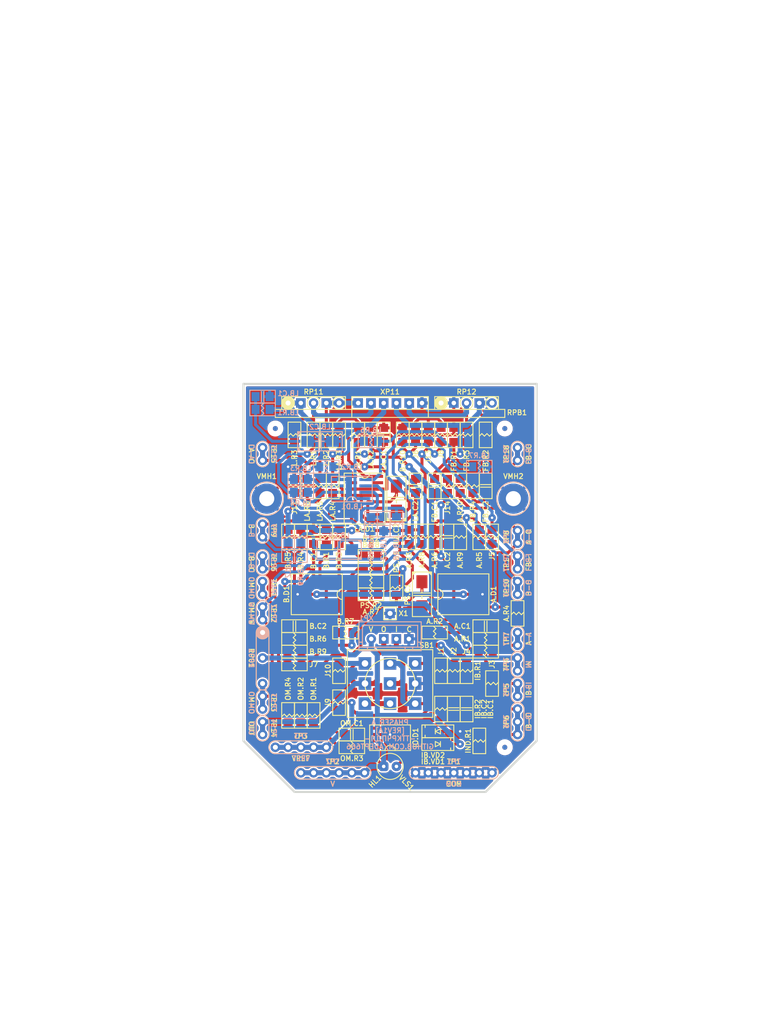
<source format=kicad_pcb>
(kicad_pcb (version 20171130) (host pcbnew 5.1.12-84ad8e8a86~92~ubuntu20.04.1)
  (title_block (title ТКП-1.38.A-1) (date 2023-11-17) (rev 1A) (company "Phaser A [REV1A] Исполнение 1") (comment 1 http://github.com/Adept666) (comment 2 "Igor Ivanov (Игорь Иванов)") (comment 3 -ТТКРЧПДЛ-) (comment 4 "This project is licensed under GNU General Public License v3.0 or later"))
  (layers (0 F.Cu signal) (31 B.Cu signal) (36 B.SilkS user) (37 F.SilkS user) (38 B.Mask user) (39 F.Mask user) (44 Edge.Cuts user))
  (net 0 "")
  (net 1 COM)
  (net 2 "Net-(HL1-PadC)")
  (net 3 /LED)
  (net 4 V)
  (net 5 "Net-(SB1-PadNC1)")
  (net 6 "Net-(A.C1-Pad2)")
  (net 7 /A-IN)
  (net 8 "Net-(A.C2-Pad2)")
  (net 9 "Net-(A.C2-Pad1)")
  (net 10 "Net-(A.D1-Pad1)")
  (net 11 "Net-(A.D1-Pad2)")
  (net 12 VREF)
  (net 13 "Net-(A.D1-Pad4)")
  (net 14 /FB)
  (net 15 "Net-(A.D1-Pad15)")
  (net 16 "Net-(A.D1-Pad16)")
  (net 17 /A-OUT)
  (net 18 /LFO)
  (net 19 "Net-(B.C1-Pad2)")
  (net 20 /B-IN)
  (net 21 "Net-(B.C2-Pad2)")
  (net 22 "Net-(B.C2-Pad1)")
  (net 23 "Net-(B.D1-Pad1)")
  (net 24 "Net-(B.D1-Pad2)")
  (net 25 "Net-(B.D1-Pad4)")
  (net 26 "Net-(B.D1-Pad13)")
  (net 27 "Net-(B.D1-Pad15)")
  (net 28 "Net-(B.D1-Pad16)")
  (net 29 /B-OUT)
  (net 30 "Net-(FB.C1-Pad2)")
  (net 31 /FB-IN)
  (net 32 "Net-(FB.C2-Pad2)")
  (net 33 "Net-(FB.C2-Pad1)")
  (net 34 /FB-OUT)
  (net 35 "Net-(IB.C1-Pad1)")
  (net 36 "Net-(IB.C2-Pad2)")
  (net 37 /IB-IN)
  (net 38 "Net-(IO.D1-Pad7)")
  (net 39 "Net-(IO.D1-Pad6)")
  (net 40 /IB-OUT)
  (net 41 /CIR-IN)
  (net 42 /IN)
  (net 43 /DRY)
  (net 44 /WET)
  (net 45 /OM-INDRY)
  (net 46 /OM-INWET)
  (net 47 /CIR-OUT)
  (net 48 /OM-OUT)
  (net 49 /OUT)
  (net 50 /LFOA-OUT)
  (net 51 /LFOB-OUT)
  (net 52 "Net-(LA.D1-Pad1)")
  (net 53 "Net-(LA.D1-Pad2)")
  (net 54 "Net-(LA.D1-Pad13)")
  (net 55 "Net-(LA.D1-Pad15)")
  (net 56 "Net-(LB.C1-Pad2)")
  (net 57 "Net-(LB.C3-Pad2)")
  (net 58 "Net-(LB.C3-Pad1)")
  (net 59 "Net-(LB.D1-Pad5)")
  (net 60 "Net-(LB.D1-Pad3)")
  (net 61 "Net-(LA.C1-Pad1)")
  (net 62 "Net-(LA.C2-Pad2)")
  (net 63 "Net-(LA.D1-Pad5)")
  (net 64 /RP11-2)
  (net 65 /RP11-3)
  (net 66 /RP11-1)
  (module KCL-TH-ML:CON-PAD-S-1.0-1.9 (layer F.Cu) (at 105.41 170.18)
    (fp_text reference X1 (at 1.5875 0) (layer F.SilkS) (effects (font (thickness 0.2)) (justify left)))
    (fp_text value COM)
    (pad 1 thru_hole rect (at 0 0) (size 1.9 1.9) (drill 1) (layers *.Cu *.Mask) (net 1 COM))
  )
  (module KCL-VIRTUAL:VFM-1.0-3.0-DL (layer F.Cu) (at 128.27 196.85)
    (fp_text reference VFM3 hide)
    (fp_text value 1.0 hide)
    (pad "" smd circle (at 0 0) (size 1 1) (layers B.Cu B.Mask) (clearance 1.1))
    (pad "" smd circle (at 0 0) (size 1 1) (layers F.Cu F.Mask) (clearance 1.1))
  )
  (module KCL-VIRTUAL:VFM-1.0-3.0-DL (layer F.Cu) (at 82.55 133.35)
    (fp_text reference VFM1 hide)
    (fp_text value 1.0 hide)
    (pad "" smd circle (at 0 0) (size 1 1) (layers B.Cu B.Mask) (clearance 1.1))
    (pad "" smd circle (at 0 0) (size 1 1) (layers F.Cu F.Mask) (clearance 1.1))
  )
  (module KCL-VIRTUAL:VFM-1.0-3.0-DL (layer F.Cu) (at 128.27 133.35)
    (fp_text reference VFM2 hide)
    (fp_text value 1.0 hide)
    (pad "" smd circle (at 0 0) (size 1 1) (layers B.Cu B.Mask) (clearance 1.1))
    (pad "" smd circle (at 0 0) (size 1 1) (layers F.Cu F.Mask) (clearance 1.1))
  )
  (module KCL-TH-ML:TP-2-1.0-1.9 (layer F.Cu) (at 80.01 160.02 270)
    (fp_text reference TP16 (at 0 -2.2225 270 unlocked) (layer F.SilkS) (effects (font (thickness 0.2))))
    (fp_text value LB-O (at 0 2.2225 270 unlocked) (layer F.SilkS) (effects (font (thickness 0.2))))
    (fp_text user %R (at 0 -2.2225 270 unlocked) (layer B.SilkS) (effects (font (thickness 0.2)) (justify mirror)))
    (fp_text user %V (at 0 2.2225 270 unlocked) (layer B.SilkS) (effects (font (thickness 0.2)) (justify mirror)))
    (pad 1 thru_hole circle (at -1.27 0 270) (size 1.9 1.9) (drill 1) (layers *.Cu *.Mask) (net 51 /LFOB-OUT))
    (pad 1 thru_hole circle (at 1.27 0 270) (size 1.9 1.9) (drill 1) (layers *.Cu *.Mask) (net 51 /LFOB-OUT))
  )
  (module KCL-SM:P-SOD-123 (layer F.Cu) (at 114.935 193.675 180)
    (fp_text reference IB.VD2 (at 3.4925 -4.7625 180) (layer F.SilkS) (effects (font (thickness 0.2)) (justify left)))
    (fp_text value 4148)
    (pad C smd rect (at 1.7 0 180) (size 1.6 0.8) (layers F.Cu F.Mask) (net 36 "Net-(IB.C2-Pad2)"))
    (pad A smd rect (at -1.7 0 180) (size 1.6 0.8) (layers F.Cu F.Mask) (net 1 COM))
  )
  (module KCL-SM:P-SOD-123 (layer F.Cu) (at 114.935 196.215)
    (fp_text reference IB.VD1 (at -3.4925 3.4925) (layer F.SilkS) (effects (font (thickness 0.2)) (justify left)))
    (fp_text value 4148)
    (pad C smd rect (at 1.7 0) (size 1.6 0.8) (layers F.Cu F.Mask) (net 4 V))
    (pad A smd rect (at -1.7 0) (size 1.6 0.8) (layers F.Cu F.Mask) (net 36 "Net-(IB.C2-Pad2)"))
  )
  (module KCL-SM:R-SM-1206 (layer F.Cu) (at 93.98 144.78 270)
    (fp_text reference LA.R4 (at 2.8575 0 270) (layer F.SilkS) (effects (font (thickness 0.2)) (justify right)))
    (fp_text value 103)
    (pad 2 smd rect (at 1.4 0 270) (size 1.6 1.8) (layers F.Cu F.Mask) (net 63 "Net-(LA.D1-Pad5)"))
    (pad 1 smd rect (at -1.4 0 270) (size 1.6 1.8) (layers F.Cu F.Mask) (net 61 "Net-(LA.C1-Pad1)"))
  )
  (module KCL-SM:R-SM-1206 (layer F.Cu) (at 118.11 134.62 270)
    (fp_text reference FB.R1 (at 2.8575 0 270) (layer F.SilkS) (effects (font (thickness 0.2)) (justify right)))
    (fp_text value X)
    (pad 2 smd rect (at 1.4 0 270) (size 1.6 1.8) (layers F.Cu F.Mask) (net 30 "Net-(FB.C1-Pad2)"))
    (pad 1 smd rect (at -1.4 0 270) (size 1.6 1.8) (layers F.Cu F.Mask) (net 1 COM))
  )
  (module KCL-SM:R-SM-1206 (layer F.Cu) (at 86.36 134.62 270)
    (fp_text reference L.R3 (at 2.8575 0 270) (layer F.SilkS) (effects (font (thickness 0.2)) (justify right)))
    (fp_text value X)
    (pad 1 smd rect (at -1.4 0 270) (size 1.6 1.8) (layers F.Cu F.Mask) (net 64 /RP11-2))
    (pad 2 smd rect (at 1.4 0 270) (size 1.6 1.8) (layers F.Cu F.Mask) (net 66 /RP11-1))
  )
  (module KCL-SM:R-SM-1206 (layer F.Cu) (at 92.71 134.62 270)
    (fp_text reference L.R2 (at 2.8575 0 270) (layer F.SilkS) (effects (font (thickness 0.2)) (justify right)))
    (fp_text value X)
    (pad 2 smd rect (at 1.4 0 270) (size 1.6 1.8) (layers F.Cu F.Mask) (net 66 /RP11-1))
    (pad 1 smd rect (at -1.4 0 270) (size 1.6 1.8) (layers F.Cu F.Mask) (net 65 /RP11-3))
  )
  (module SBKCL-TH-ML:RP-EXTERNAL (layer F.Cu) (at 80.01 179.07 270)
    (fp_text reference RP01 (at 0 2.2225 270 unlocked) (layer F.SilkS) (effects (font (thickness 0.2))))
    (fp_text value X)
    (fp_text user %R (at 0 2.2225 270 unlocked) (layer B.SilkS) (effects (font (thickness 0.2)) (justify mirror)))
    (pad 3 thru_hole circle (at 5.08 0 270) (size 1.9 1.9) (drill 1) (layers *.Cu *.Mask) (net 48 /OM-OUT))
    (pad 1 thru_hole circle (at -5.08 0 270) (size 1.9 1.9) (drill 1) (layers *.Cu *.Mask) (net 1 COM))
    (pad 2 thru_hole circle (at 0 0 270) (size 1.9 1.9) (drill 1) (layers *.Cu *.Mask) (net 47 /CIR-OUT))
  )
  (module KCL-SM:R-SM-1206 (layer F.Cu) (at 88.9 144.78 90)
    (fp_text reference LA.R6 (at -2.8575 0 90) (layer F.SilkS) (effects (font (thickness 0.2)) (justify right)))
    (fp_text value 103)
    (pad 2 smd rect (at 1.4 0 90) (size 1.6 1.8) (layers F.Cu F.Mask) (net 50 /LFOA-OUT))
    (pad 1 smd rect (at -1.4 0 90) (size 1.6 1.8) (layers F.Cu F.Mask) (net 54 "Net-(LA.D1-Pad13)"))
  )
  (module KCL-SM:R-SM-1206 (layer F.Cu) (at 91.44 144.78 270)
    (fp_text reference LA.R5 (at 2.8575 0 270) (layer F.SilkS) (effects (font (thickness 0.2)) (justify right)))
    (fp_text value 472)
    (pad 2 smd rect (at 1.4 0 270) (size 1.6 1.8) (layers F.Cu F.Mask) (net 54 "Net-(LA.D1-Pad13)"))
    (pad 1 smd rect (at -1.4 0 270) (size 1.6 1.8) (layers F.Cu F.Mask) (net 66 /RP11-1))
  )
  (module KCL-SM:R-SM-1206 (layer F.Cu) (at 95.25 134.62 90)
    (fp_text reference LA.R3 (at -2.8575 0 90) (layer F.SilkS) (effects (font (thickness 0.2)) (justify right)))
    (fp_text value 274)
    (pad 2 smd rect (at 1.4 0 90) (size 1.6 1.8) (layers F.Cu F.Mask) (net 4 V))
    (pad 1 smd rect (at -1.4 0 90) (size 1.6 1.8) (layers F.Cu F.Mask) (net 52 "Net-(LA.D1-Pad1)"))
  )
  (module KCL-SM:R-SM-1206 (layer F.Cu) (at 101.6 134.62 270)
    (fp_text reference LA.R2 (at 2.8575 0 270) (layer F.SilkS) (effects (font (thickness 0.2)) (justify right)))
    (fp_text value 104)
    (pad 2 smd rect (at 1.4 0 270) (size 1.6 1.8) (layers F.Cu F.Mask) (net 61 "Net-(LA.C1-Pad1)"))
    (pad 1 smd rect (at -1.4 0 270) (size 1.6 1.8) (layers F.Cu F.Mask) (net 1 COM))
  )
  (module KCL-SM:R-SM-1206 (layer F.Cu) (at 99.06 134.62 90)
    (fp_text reference LA.R1 (at -2.8575 0 90) (layer F.SilkS) (effects (font (thickness 0.2)) (justify right)))
    (fp_text value 274)
    (pad 2 smd rect (at 1.4 0 90) (size 1.6 1.8) (layers F.Cu F.Mask) (net 4 V))
    (pad 1 smd rect (at -1.4 0 90) (size 1.6 1.8) (layers F.Cu F.Mask) (net 61 "Net-(LA.C1-Pad1)"))
  )
  (module KCL-SM:CP-CTSMD-C (layer F.Cu) (at 106.68 147.32 90)
    (fp_text reference LA.C3 (at -4.7625 0 90) (layer F.SilkS) (effects (font (thickness 0.2)) (justify right)))
    (fp_text value X)
    (pad - smd rect (at 2.5 0 90) (size 2.6 2.2) (layers F.Cu F.Mask) (net 62 "Net-(LA.C2-Pad2)"))
    (pad + smd rect (at -2.5 0 90) (size 2.6 2.2) (layers F.Cu F.Mask) (net 4 V))
  )
  (module KCL-SM:C-SM-1206 (layer F.Cu) (at 110.49 144.78 270)
    (fp_text reference LA.C2 (at 2.8575 0 270) (layer F.SilkS) (effects (font (thickness 0.2)) (justify right)))
    (fp_text value 335)
    (pad 2 smd rect (at 1.4 0 270) (size 1.6 1.8) (layers F.Cu F.Mask) (net 62 "Net-(LA.C2-Pad2)"))
    (pad 1 smd rect (at -1.4 0 270) (size 1.6 1.8) (layers F.Cu F.Mask) (net 4 V))
  )
  (module KCL-SM:C-SM-1206 (layer F.Cu) (at 104.14 134.62 90)
    (fp_text reference LA.C1 (at -2.8575 0 90) (layer F.SilkS) (effects (font (thickness 0.2)) (justify right)))
    (fp_text value 473)
    (pad 2 smd rect (at 1.4 0 90) (size 1.6 1.8) (layers F.Cu F.Mask) (net 1 COM))
    (pad 1 smd rect (at -1.4 0 90) (size 1.6 1.8) (layers F.Cu F.Mask) (net 61 "Net-(LA.C1-Pad1)"))
  )
  (module KCL-SM:R-SM-1206 (layer F.Cu) (at 90.17 134.62 90)
    (fp_text reference L.R1 (at -2.8575 0 90) (layer F.SilkS) (effects (font (thickness 0.2)) (justify right)))
    (fp_text value X)
    (pad 2 smd rect (at 1.4 0 90) (size 1.6 1.8) (layers F.Cu F.Mask) (net 64 /RP11-2))
    (pad 1 smd rect (at -1.4 0 90) (size 1.6 1.8) (layers F.Cu F.Mask) (net 65 /RP11-3))
  )
  (module KCL-SM:R-SM-1206 (layer F.Cu) (at 121.92 144.78 90)
    (fp_text reference FB.R4 (at -2.8575 0 90) (layer F.SilkS) (effects (font (thickness 0.2)) (justify right)))
    (fp_text value 273)
    (pad 2 smd rect (at 1.4 0 90) (size 1.6 1.8) (layers F.Cu F.Mask) (net 34 /FB-OUT))
    (pad 1 smd rect (at -1.4 0 90) (size 1.6 1.8) (layers F.Cu F.Mask) (net 32 "Net-(FB.C2-Pad2)"))
  )
  (module KCL-SM:R-SM-1206 (layer B.Cu) (at 101.6 135.89 180)
    (fp_text reference LB.R6 (at 0 2.2225 180) (layer B.SilkS) (effects (font (thickness 0.2)) (justify mirror)))
    (fp_text value X)
    (pad 1 smd rect (at -1.4 0 180) (size 1.6 1.8) (layers B.Cu B.Mask) (net 59 "Net-(LB.D1-Pad5)"))
    (pad 2 smd rect (at 1.4 0 180) (size 1.6 1.8) (layers B.Cu B.Mask) (net 4 V))
  )
  (module SBKCL-TH-ML:RPB-1590N1-18-2x17-OR-2x1x17-1.6-PNL-7.4-2.8 (layer F.Cu) (at 105.41 117.04)
    (fp_text reference RPB1 (at 23.1775 13.135) (layer F.SilkS) (effects (font (thickness 0.2)) (justify left)))
    (fp_text value C500K-C500K)
    (fp_text user XP11 (at 0 9.0075) (layer F.SilkS) (effects (font (thickness 0.2))))
    (fp_text user RP11 (at -15.24 9.0075) (layer F.SilkS) (effects (font (thickness 0.2))))
    (fp_text user RP12 (at 15.24 9.0075) (layer F.SilkS) (effects (font (thickness 0.2))))
    (pad NC4 thru_hole rect (at 17.78 11.23) (size 1.9 1.9) (drill 0.9) (layers *.Cu *.Mask) (net 30 "Net-(FB.C1-Pad2)"))
    (pad NC3 thru_hole rect (at 12.7 11.23) (size 1.9 1.9) (drill 0.9) (layers *.Cu *.Mask) (net 1 COM))
    (pad NC2 thru_hole rect (at -12.7 11.23) (size 1.9 1.9) (drill 0.9) (layers *.Cu *.Mask) (net 65 /RP11-3))
    (pad NC1 thru_hole rect (at -17.78 11.23) (size 1.9 1.9) (drill 0.9) (layers *.Cu *.Mask) (net 66 /RP11-1))
    (pad 23 thru_hole rect (at 1.27 11.23) (size 1.9 1.9) (drill 0.9) (layers *.Cu *.Mask) (net 30 "Net-(FB.C1-Pad2)"))
    (pad 13 thru_hole rect (at -6.35 11.23) (size 1.9 1.9) (drill 0.9) (layers *.Cu *.Mask) (net 65 /RP11-3))
    (pad 11 thru_hole rect (at -1.27 11.23) (size 1.9 1.9) (drill 0.9) (layers *.Cu *.Mask) (net 66 /RP11-1))
    (pad 12 thru_hole rect (at -3.81 11.23) (size 1.9 1.9) (drill 0.9) (layers *.Cu *.Mask) (net 64 /RP11-2))
    (pad 22 thru_hole rect (at 3.81 11.23) (size 1.9 1.9) (drill 0.9) (layers *.Cu *.Mask) (net 33 "Net-(FB.C2-Pad1)"))
    (pad 21 thru_hole rect (at 6.35 11.23) (size 1.9 1.9) (drill 0.9) (layers *.Cu *.Mask) (net 1 COM))
    (pad 13 thru_hole circle (at -10.16 11.23) (size 1.9 1.9) (drill 1) (layers *.Cu *.Mask) (net 65 /RP11-3))
    (pad 12 thru_hole circle (at -15.24 11.23) (size 1.9 1.9) (drill 1) (layers *.Cu *.Mask) (net 64 /RP11-2))
    (pad 11 thru_hole circle (at -20.32 11.23) (size 1.9 1.9) (drill 1) (layers *.Cu *.Mask) (net 66 /RP11-1))
    (pad 23 thru_hole circle (at 20.32 11.23) (size 1.9 1.9) (drill 1) (layers *.Cu *.Mask) (net 30 "Net-(FB.C1-Pad2)"))
    (pad 22 thru_hole circle (at 15.24 11.23) (size 1.9 1.9) (drill 1) (layers *.Cu *.Mask) (net 33 "Net-(FB.C2-Pad1)"))
    (pad 21 thru_hole circle (at 10.16 11.23) (size 1.9 1.9) (drill 1) (layers *.Cu *.Mask) (net 1 COM))
  )
  (module KCL-TH-ML:VMH-STA-DA5-PNL-3.0 (layer F.Cu) (at 80.84 147.32)
    (fp_text reference VMH1 (at 0 -4.445) (layer F.SilkS) (effects (font (thickness 0.2))))
    (fp_text value DI5M3x18)
    (pad 0 thru_hole circle (at 0 0) (size 6 6) (drill 3) (layers *.Cu *.Mask) (net 1 COM))
  )
  (module KCL-TH-ML:VMH-STA-DA5-PNL-3.0 (layer F.Cu) (at 129.98 147.32)
    (fp_text reference VMH2 (at 0 -4.445) (layer F.SilkS) (effects (font (thickness 0.2))))
    (fp_text value DI5M3x18)
    (pad 0 thru_hole circle (at 0 0) (size 6 6) (drill 3) (layers *.Cu *.Mask) (net 1 COM))
  )
  (module KCL-TH-ML:TP-2-1.0-1.9 (layer F.Cu) (at 130.81 138.43 90)
    (fp_text reference TP18 (at 0 -2.2225 90 unlocked) (layer F.SilkS) (effects (font (thickness 0.2))))
    (fp_text value FB-O (at 0 2.2225 90 unlocked) (layer F.SilkS) (effects (font (thickness 0.2))))
    (fp_text user %R (at 0 -2.2225 90 unlocked) (layer B.SilkS) (effects (font (thickness 0.2)) (justify mirror)))
    (fp_text user %V (at 0 2.2225 90 unlocked) (layer B.SilkS) (effects (font (thickness 0.2)) (justify mirror)))
    (pad 1 thru_hole circle (at -1.27 0 90) (size 1.9 1.9) (drill 1) (layers *.Cu *.Mask) (net 34 /FB-OUT))
    (pad 1 thru_hole circle (at 1.27 0 90) (size 1.9 1.9) (drill 1) (layers *.Cu *.Mask) (net 34 /FB-OUT))
  )
  (module KCL-TH-ML:TP-2-1.0-1.9 (layer F.Cu) (at 130.81 160.02 90)
    (fp_text reference TP17 (at 0 -2.2225 90 unlocked) (layer F.SilkS) (effects (font (thickness 0.2))))
    (fp_text value FB-I (at 0 2.2225 90 unlocked) (layer F.SilkS) (effects (font (thickness 0.2))))
    (fp_text user %R (at 0 -2.2225 90 unlocked) (layer B.SilkS) (effects (font (thickness 0.2)) (justify mirror)))
    (fp_text user %V (at 0 2.2225 90 unlocked) (layer B.SilkS) (effects (font (thickness 0.2)) (justify mirror)))
    (pad 1 thru_hole circle (at -1.27 0 90) (size 1.9 1.9) (drill 1) (layers *.Cu *.Mask) (net 31 /FB-IN))
    (pad 1 thru_hole circle (at 1.27 0 90) (size 1.9 1.9) (drill 1) (layers *.Cu *.Mask) (net 31 /FB-IN))
  )
  (module KCL-TH-ML:TP-2-1.0-1.9 (layer F.Cu) (at 80.01 138.43 270)
    (fp_text reference TP15 (at 0 -2.2225 270 unlocked) (layer F.SilkS) (effects (font (thickness 0.2))))
    (fp_text value LA-O (at 0 2.2225 270 unlocked) (layer F.SilkS) (effects (font (thickness 0.2))))
    (fp_text user %R (at 0 -2.2225 270 unlocked) (layer B.SilkS) (effects (font (thickness 0.2)) (justify mirror)))
    (fp_text user %V (at 0 2.2225 270 unlocked) (layer B.SilkS) (effects (font (thickness 0.2)) (justify mirror)))
    (pad 1 thru_hole circle (at -1.27 0 270) (size 1.9 1.9) (drill 1) (layers *.Cu *.Mask) (net 50 /LFOA-OUT))
    (pad 1 thru_hole circle (at 1.27 0 270) (size 1.9 1.9) (drill 1) (layers *.Cu *.Mask) (net 50 /LFOA-OUT))
  )
  (module KCL-TH-ML:TP-2-1.0-1.9 (layer F.Cu) (at 80.01 193.04 270)
    (fp_text reference TP14 (at 0 -2.2225 270 unlocked) (layer F.SilkS) (effects (font (thickness 0.2))))
    (fp_text value OUT (at 0 2.2225 270 unlocked) (layer F.SilkS) (effects (font (thickness 0.2))))
    (fp_text user %R (at 0 -2.2225 270 unlocked) (layer B.SilkS) (effects (font (thickness 0.2)) (justify mirror)))
    (fp_text user %V (at 0 2.2225 270 unlocked) (layer B.SilkS) (effects (font (thickness 0.2)) (justify mirror)))
    (pad 1 thru_hole circle (at -1.27 0 270) (size 1.9 1.9) (drill 1) (layers *.Cu *.Mask) (net 49 /OUT))
    (pad 1 thru_hole circle (at 1.27 0 270) (size 1.9 1.9) (drill 1) (layers *.Cu *.Mask) (net 49 /OUT))
  )
  (module KCL-TH-ML:TP-2-1.0-1.9 (layer F.Cu) (at 80.01 187.96 270)
    (fp_text reference TP13 (at 0 -2.2225 270 unlocked) (layer F.SilkS) (effects (font (thickness 0.2))))
    (fp_text value OM-O (at 0 2.2225 270 unlocked) (layer F.SilkS) (effects (font (thickness 0.2))))
    (fp_text user %R (at 0 -2.2225 270 unlocked) (layer B.SilkS) (effects (font (thickness 0.2)) (justify mirror)))
    (fp_text user %V (at 0 2.2225 270 unlocked) (layer B.SilkS) (effects (font (thickness 0.2)) (justify mirror)))
    (pad 1 thru_hole circle (at -1.27 0 270) (size 1.9 1.9) (drill 1) (layers *.Cu *.Mask) (net 48 /OM-OUT))
    (pad 1 thru_hole circle (at 1.27 0 270) (size 1.9 1.9) (drill 1) (layers *.Cu *.Mask) (net 48 /OM-OUT))
  )
  (module KCL-TH-ML:TP-2-1.0-1.9 (layer F.Cu) (at 80.01 170.18 270)
    (fp_text reference TP12 (at 0 -2.2225 270 unlocked) (layer F.SilkS) (effects (font (thickness 0.2))))
    (fp_text value OM-W (at 0 2.2225 270 unlocked) (layer F.SilkS) (effects (font (thickness 0.2))))
    (fp_text user %R (at 0 -2.2225 270 unlocked) (layer B.SilkS) (effects (font (thickness 0.2)) (justify mirror)))
    (fp_text user %V (at 0 2.2225 270 unlocked) (layer B.SilkS) (effects (font (thickness 0.2)) (justify mirror)))
    (pad 1 thru_hole circle (at -1.27 0 270) (size 1.9 1.9) (drill 1) (layers *.Cu *.Mask) (net 46 /OM-INWET))
    (pad 1 thru_hole circle (at 1.27 0 270) (size 1.9 1.9) (drill 1) (layers *.Cu *.Mask) (net 46 /OM-INWET))
  )
  (module KCL-TH-ML:TP-2-1.0-1.9 (layer F.Cu) (at 80.01 165.1 270)
    (fp_text reference TP11 (at 0 -2.2225 270 unlocked) (layer F.SilkS) (effects (font (thickness 0.2))))
    (fp_text value OM-D (at 0 2.2225 270 unlocked) (layer F.SilkS) (effects (font (thickness 0.2))))
    (fp_text user %R (at 0 -2.2225 270 unlocked) (layer B.SilkS) (effects (font (thickness 0.2)) (justify mirror)))
    (fp_text user %V (at 0 2.2225 270 unlocked) (layer B.SilkS) (effects (font (thickness 0.2)) (justify mirror)))
    (pad 1 thru_hole circle (at -1.27 0 270) (size 1.9 1.9) (drill 1) (layers *.Cu *.Mask) (net 45 /OM-INDRY))
    (pad 1 thru_hole circle (at 1.27 0 270) (size 1.9 1.9) (drill 1) (layers *.Cu *.Mask) (net 45 /OM-INDRY))
  )
  (module KCL-TH-ML:TP-2-1.0-1.9 (layer F.Cu) (at 130.81 165.1 90)
    (fp_text reference TP10 (at 0 -2.2225 90 unlocked) (layer F.SilkS) (effects (font (thickness 0.2))))
    (fp_text value B-O (at 0 2.2225 90 unlocked) (layer F.SilkS) (effects (font (thickness 0.2))))
    (fp_text user %V (at 0 2.2225 90 unlocked) (layer B.SilkS) (effects (font (thickness 0.2)) (justify mirror)))
    (fp_text user %R (at 0 -2.2225 90 unlocked) (layer B.SilkS) (effects (font (thickness 0.2)) (justify mirror)))
    (pad 1 thru_hole circle (at 1.27 0 90) (size 1.9 1.9) (drill 1) (layers *.Cu *.Mask) (net 29 /B-OUT))
    (pad 1 thru_hole circle (at -1.27 0 90) (size 1.9 1.9) (drill 1) (layers *.Cu *.Mask) (net 29 /B-OUT))
  )
  (module KCL-TH-ML:TP-2-1.0-1.9 (layer F.Cu) (at 80.01 153.67 270)
    (fp_text reference TP9 (at 0 -2.2225 270 unlocked) (layer F.SilkS) (effects (font (thickness 0.2))))
    (fp_text value B-I (at 0 2.2225 270 unlocked) (layer F.SilkS) (effects (font (thickness 0.2))))
    (fp_text user %V (at 0 2.2225 270 unlocked) (layer B.SilkS) (effects (font (thickness 0.2)) (justify mirror)))
    (fp_text user %R (at 0 -2.2225 270 unlocked) (layer B.SilkS) (effects (font (thickness 0.2)) (justify mirror)))
    (pad 1 thru_hole circle (at 1.27 0 270) (size 1.9 1.9) (drill 1) (layers *.Cu *.Mask) (net 20 /B-IN))
    (pad 1 thru_hole circle (at -1.27 0 270) (size 1.9 1.9) (drill 1) (layers *.Cu *.Mask) (net 20 /B-IN))
  )
  (module KCL-TH-ML:TP-2-1.0-1.9 (layer F.Cu) (at 130.81 154.94 90)
    (fp_text reference TP8 (at 0 -2.2225 90 unlocked) (layer F.SilkS) (effects (font (thickness 0.2))))
    (fp_text value A-O (at 0 2.2225 90 unlocked) (layer F.SilkS) (effects (font (thickness 0.2))))
    (fp_text user %R (at 0 -2.2225 90 unlocked) (layer B.SilkS) (effects (font (thickness 0.2)) (justify mirror)))
    (fp_text user %V (at 0 2.2225 90 unlocked) (layer B.SilkS) (effects (font (thickness 0.2)) (justify mirror)))
    (pad 1 thru_hole circle (at -1.27 0 90) (size 1.9 1.9) (drill 1) (layers *.Cu *.Mask) (net 17 /A-OUT))
    (pad 1 thru_hole circle (at 1.27 0 90) (size 1.9 1.9) (drill 1) (layers *.Cu *.Mask) (net 17 /A-OUT))
  )
  (module KCL-TH-ML:TP-2-1.0-1.9 (layer F.Cu) (at 130.81 175.26 90)
    (fp_text reference TP7 (at 0 -2.2225 90 unlocked) (layer F.SilkS) (effects (font (thickness 0.2))))
    (fp_text value A-I (at 0 2.2225 90 unlocked) (layer F.SilkS) (effects (font (thickness 0.2))))
    (fp_text user %V (at 0 2.2225 90 unlocked) (layer B.SilkS) (effects (font (thickness 0.2)) (justify mirror)))
    (fp_text user %R (at 0 -2.2225 90 unlocked) (layer B.SilkS) (effects (font (thickness 0.2)) (justify mirror)))
    (pad 1 thru_hole circle (at 1.27 0 90) (size 1.9 1.9) (drill 1) (layers *.Cu *.Mask) (net 7 /A-IN))
    (pad 1 thru_hole circle (at -1.27 0 90) (size 1.9 1.9) (drill 1) (layers *.Cu *.Mask) (net 7 /A-IN))
  )
  (module KCL-TH-ML:TP-3-1.0-1.9 (layer F.Cu) (at 130.81 191.77 90)
    (fp_text reference TP6 (at 0 -2.2225 90 unlocked) (layer F.SilkS) (effects (font (thickness 0.2))))
    (fp_text value IB-O (at 0 2.2225 90 unlocked) (layer F.SilkS) (effects (font (thickness 0.2))))
    (fp_text user %V (at 0 2.2225 90 unlocked) (layer B.SilkS) (effects (font (thickness 0.2)) (justify mirror)))
    (fp_text user %R (at 0 -2.2225 90 unlocked) (layer B.SilkS) (effects (font (thickness 0.2)) (justify mirror)))
    (pad 1 thru_hole circle (at 2.54 0 90) (size 1.9 1.9) (drill 1) (layers *.Cu *.Mask) (net 40 /IB-OUT))
    (pad 1 thru_hole circle (at 0 0 90) (size 1.9 1.9) (drill 1) (layers *.Cu *.Mask) (net 40 /IB-OUT))
    (pad 1 thru_hole circle (at -2.54 0 90) (size 1.9 1.9) (drill 1) (layers *.Cu *.Mask) (net 40 /IB-OUT))
  )
  (module KCL-TH-ML:TP-2-1.0-1.9 (layer F.Cu) (at 130.81 185.42 90)
    (fp_text reference TP5 (at 0 -2.2225 90 unlocked) (layer F.SilkS) (effects (font (thickness 0.2))))
    (fp_text value IB-I (at 0 2.2225 90 unlocked) (layer F.SilkS) (effects (font (thickness 0.2))))
    (fp_text user %R (at 0 -2.2225 90 unlocked) (layer B.SilkS) (effects (font (thickness 0.2)) (justify mirror)))
    (fp_text user %V (at 0 2.2225 90 unlocked) (layer B.SilkS) (effects (font (thickness 0.2)) (justify mirror)))
    (pad 1 thru_hole circle (at -1.27 0 90) (size 1.9 1.9) (drill 1) (layers *.Cu *.Mask) (net 37 /IB-IN))
    (pad 1 thru_hole circle (at 1.27 0 90) (size 1.9 1.9) (drill 1) (layers *.Cu *.Mask) (net 37 /IB-IN))
  )
  (module KCL-TH-ML:TP-2-1.0-1.9 (layer F.Cu) (at 130.81 180.34 90)
    (fp_text reference TP4 (at 0 -2.2225 90 unlocked) (layer F.SilkS) (effects (font (thickness 0.2))))
    (fp_text value IN (at 0 2.2225 90 unlocked) (layer F.SilkS) (effects (font (thickness 0.2))))
    (fp_text user %R (at 0 -2.2225 90 unlocked) (layer B.SilkS) (effects (font (thickness 0.2)) (justify mirror)))
    (fp_text user %V (at 0 2.2225 90 unlocked) (layer B.SilkS) (effects (font (thickness 0.2)) (justify mirror)))
    (pad 1 thru_hole circle (at -1.27 0 90) (size 1.9 1.9) (drill 1) (layers *.Cu *.Mask) (net 42 /IN))
    (pad 1 thru_hole circle (at 1.27 0 90) (size 1.9 1.9) (drill 1) (layers *.Cu *.Mask) (net 42 /IN))
  )
  (module KCL-TH-ML:TP-5-1.0-1.9 (layer F.Cu) (at 87.63 196.85)
    (fp_text reference TP3 (at 0 -2.2225 unlocked) (layer F.SilkS) (effects (font (thickness 0.2))))
    (fp_text value VREF (at 0 2.2225 unlocked) (layer F.SilkS) (effects (font (thickness 0.2))))
    (fp_text user %V (at 0 2.2225 unlocked) (layer B.SilkS) (effects (font (thickness 0.2)) (justify mirror)))
    (fp_text user %R (at 0 -2.2225 unlocked) (layer B.SilkS) (effects (font (thickness 0.2)) (justify mirror)))
    (pad 1 thru_hole circle (at 5.08 0) (size 1.9 1.9) (drill 1) (layers *.Cu *.Mask) (net 12 VREF))
    (pad 1 thru_hole circle (at 2.54 0) (size 1.9 1.9) (drill 1) (layers *.Cu *.Mask) (net 12 VREF))
    (pad 1 thru_hole circle (at 0 0) (size 1.9 1.9) (drill 1) (layers *.Cu *.Mask) (net 12 VREF))
    (pad 1 thru_hole circle (at -2.54 0) (size 1.9 1.9) (drill 1) (layers *.Cu *.Mask) (net 12 VREF))
    (pad 1 thru_hole circle (at -5.08 0) (size 1.9 1.9) (drill 1) (layers *.Cu *.Mask) (net 12 VREF))
  )
  (module KCL-TH-ML:TP-6-1.0-1.9 (layer F.Cu) (at 93.98 201.93)
    (fp_text reference TP2 (at 0 -2.2225 unlocked) (layer F.SilkS) (effects (font (thickness 0.2))))
    (fp_text value V (at 0 2.2225 unlocked) (layer F.SilkS) (effects (font (thickness 0.2))))
    (fp_text user %V (at 0 2.2225 unlocked) (layer B.SilkS) (effects (font (thickness 0.2)) (justify mirror)))
    (fp_text user %R (at 0 -2.2225 unlocked) (layer B.SilkS) (effects (font (thickness 0.2)) (justify mirror)))
    (pad 1 thru_hole circle (at 6.35 0) (size 1.9 1.9) (drill 1) (layers *.Cu *.Mask) (net 4 V))
    (pad 1 thru_hole circle (at 3.81 0) (size 1.9 1.9) (drill 1) (layers *.Cu *.Mask) (net 4 V))
    (pad 1 thru_hole circle (at 1.27 0) (size 1.9 1.9) (drill 1) (layers *.Cu *.Mask) (net 4 V))
    (pad 1 thru_hole circle (at -1.27 0) (size 1.9 1.9) (drill 1) (layers *.Cu *.Mask) (net 4 V))
    (pad 1 thru_hole circle (at -3.81 0) (size 1.9 1.9) (drill 1) (layers *.Cu *.Mask) (net 4 V))
    (pad 1 thru_hole circle (at -6.35 0) (size 1.9 1.9) (drill 1) (layers *.Cu *.Mask) (net 4 V))
  )
  (module KCL-TH-ML:TP-7-1.0-1.9 (layer F.Cu) (at 118.11 201.93)
    (fp_text reference TP1 (at 0 -2.2225 unlocked) (layer F.SilkS) (effects (font (thickness 0.2))))
    (fp_text value COM (at 0 2.2225 unlocked) (layer F.SilkS) (effects (font (thickness 0.2))))
    (fp_text user %V (at 0 2.2225 unlocked) (layer B.SilkS) (effects (font (thickness 0.2)) (justify mirror)))
    (fp_text user %R (at 0 -2.2225 unlocked) (layer B.SilkS) (effects (font (thickness 0.2)) (justify mirror)))
    (pad 1 thru_hole circle (at 7.62 0) (size 1.9 1.9) (drill 1) (layers *.Cu *.Mask) (net 1 COM))
    (pad 1 thru_hole circle (at 5.08 0) (size 1.9 1.9) (drill 1) (layers *.Cu *.Mask) (net 1 COM))
    (pad 1 thru_hole circle (at 2.54 0) (size 1.9 1.9) (drill 1) (layers *.Cu *.Mask) (net 1 COM))
    (pad 1 thru_hole circle (at 0 0) (size 1.9 1.9) (drill 1) (layers *.Cu *.Mask) (net 1 COM))
    (pad 1 thru_hole circle (at -2.54 0) (size 1.9 1.9) (drill 1) (layers *.Cu *.Mask) (net 1 COM))
    (pad 1 thru_hole circle (at -5.08 0) (size 1.9 1.9) (drill 1) (layers *.Cu *.Mask) (net 1 COM))
    (pad 1 thru_hole circle (at -7.62 0) (size 1.9 1.9) (drill 1) (layers *.Cu *.Mask) (net 1 COM))
  )
  (module KCL-SM:R-SM-1206 (layer F.Cu) (at 101.6 163.83)
    (fp_text reference PS.R2 (at 0 4.7625) (layer F.SilkS) (effects (font (thickness 0.2))))
    (fp_text value 103)
    (pad 2 smd rect (at 1.4 0) (size 1.6 1.8) (layers F.Cu F.Mask) (net 12 VREF))
    (pad 1 smd rect (at -1.4 0) (size 1.6 1.8) (layers F.Cu F.Mask) (net 1 COM))
  )
  (module KCL-SM:R-SM-1206 (layer F.Cu) (at 106.68 165.1 90)
    (fp_text reference PS.R1 (at 2.8575 0 90) (layer F.SilkS) (effects (font (thickness 0.2)) (justify left)))
    (fp_text value 103)
    (pad 1 smd rect (at -1.4 0 90) (size 1.6 1.8) (layers F.Cu F.Mask) (net 12 VREF))
    (pad 2 smd rect (at 1.4 0 90) (size 1.6 1.8) (layers F.Cu F.Mask) (net 4 V))
  )
  (module KCL-SM:CP-CTSMD-C (layer F.Cu) (at 111.76 166.37 270)
    (fp_text reference PS.C1 (at 0 2.8575 270) (layer F.SilkS) (effects (font (thickness 0.2))))
    (fp_text value 106)
    (pad + smd rect (at -2.5 0 270) (size 2.6 2.2) (layers F.Cu F.Mask) (net 12 VREF))
    (pad - smd rect (at 2.5 0 270) (size 2.6 2.2) (layers F.Cu F.Mask) (net 1 COM))
  )
  (module KCL-SM:R-SM-1206 (layer F.Cu) (at 85.09 190.5 90)
    (fp_text reference OM.R4 (at 2.8575 0 90) (layer F.SilkS) (effects (font (thickness 0.2)) (justify left)))
    (fp_text value 154)
    (pad 2 smd rect (at 1.4 0 90) (size 1.6 1.8) (layers F.Cu F.Mask) (net 48 /OM-OUT))
    (pad 1 smd rect (at -1.4 0 90) (size 1.6 1.8) (layers F.Cu F.Mask) (net 1 COM))
  )
  (module KCL-SM:R-SM-1206 (layer F.Cu) (at 97.79 196.85)
    (fp_text reference OM.R3 (at 0 2.2225) (layer F.SilkS) (effects (font (thickness 0.2))))
    (fp_text value 153)
    (pad 2 smd rect (at 1.4 0) (size 1.6 1.8) (layers F.Cu F.Mask) (net 38 "Net-(IO.D1-Pad7)"))
    (pad 1 smd rect (at -1.4 0) (size 1.6 1.8) (layers F.Cu F.Mask) (net 39 "Net-(IO.D1-Pad6)"))
  )
  (module KCL-SM:R-SM-1206 (layer F.Cu) (at 87.63 190.5 270)
    (fp_text reference OM.R2 (at -2.8575 0 270) (layer F.SilkS) (effects (font (thickness 0.2)) (justify left)))
    (fp_text value 273)
    (pad 2 smd rect (at 1.4 0 270) (size 1.6 1.8) (layers F.Cu F.Mask) (net 39 "Net-(IO.D1-Pad6)"))
    (pad 1 smd rect (at -1.4 0 270) (size 1.6 1.8) (layers F.Cu F.Mask) (net 46 /OM-INWET))
  )
  (module KCL-SM:R-SM-1206 (layer F.Cu) (at 90.17 190.5 90)
    (fp_text reference OM.R1 (at 2.8575 0 90) (layer F.SilkS) (effects (font (thickness 0.2)) (justify left)))
    (fp_text value 273)
    (pad 2 smd rect (at 1.4 0 90) (size 1.6 1.8) (layers F.Cu F.Mask) (net 45 /OM-INDRY))
    (pad 1 smd rect (at -1.4 0 90) (size 1.6 1.8) (layers F.Cu F.Mask) (net 39 "Net-(IO.D1-Pad6)"))
  )
  (module KCL-SM:C-SM-1206 (layer F.Cu) (at 97.79 194.31 180)
    (fp_text reference OM.C1 (at 0 2.2225 180) (layer F.SilkS) (effects (font (thickness 0.2))))
    (fp_text value 105)
    (pad 2 smd rect (at 1.4 0 180) (size 1.6 1.8) (layers F.Cu F.Mask) (net 48 /OM-OUT))
    (pad 1 smd rect (at -1.4 0 180) (size 1.6 1.8) (layers F.Cu F.Mask) (net 38 "Net-(IO.D1-Pad7)"))
  )
  (module KCL-SM:R-SM-1206 (layer B.Cu) (at 87.63 157.48 270)
    (fp_text reference LB.R9 (at 2.8575 0 270) (layer B.SilkS) (effects (font (thickness 0.2)) (justify left mirror)))
    (fp_text value X)
    (pad 1 smd rect (at -1.4 0 270) (size 1.6 1.8) (layers B.Cu B.Mask) (net 57 "Net-(LB.C3-Pad2)"))
    (pad 2 smd rect (at 1.4 0 270) (size 1.6 1.8) (layers B.Cu B.Mask) (net 51 /LFOB-OUT))
  )
  (module KCL-SM:R-SM-1206 (layer B.Cu) (at 106.68 152.4 270)
    (fp_text reference LB.R8 (at 2.8575 0 270) (layer B.SilkS) (effects (font (thickness 0.2)) (justify left mirror)))
    (fp_text value X)
    (pad 2 smd rect (at 1.4 0 270) (size 1.6 1.8) (layers B.Cu B.Mask) (net 57 "Net-(LB.C3-Pad2)"))
    (pad 1 smd rect (at -1.4 0 270) (size 1.6 1.8) (layers B.Cu B.Mask) (net 58 "Net-(LB.C3-Pad1)"))
  )
  (module KCL-SM:R-SM-1206 (layer B.Cu) (at 123.19 140.97 180)
    (fp_text reference LB.R7 (at 0 2.2225 180) (layer B.SilkS) (effects (font (thickness 0.2)) (justify mirror)))
    (fp_text value X)
    (pad 1 smd rect (at -1.4 0 180) (size 1.6 1.8) (layers B.Cu B.Mask) (net 1 COM))
    (pad 2 smd rect (at 1.4 0 180) (size 1.6 1.8) (layers B.Cu B.Mask) (net 59 "Net-(LB.D1-Pad5)"))
  )
  (module KCL-SM:R-SM-1206 (layer B.Cu) (at 101.6 152.4 90)
    (fp_text reference LB.R5 (at -2.8575 0 90) (layer B.SilkS) (effects (font (thickness 0.2)) (justify left mirror)))
    (fp_text value X)
    (pad 2 smd rect (at 1.4 0 90) (size 1.6 1.8) (layers B.Cu B.Mask) (net 58 "Net-(LB.C3-Pad1)"))
    (pad 1 smd rect (at -1.4 0 90) (size 1.6 1.8) (layers B.Cu B.Mask) (net 65 /RP11-3))
  )
  (module KCL-SM:R-SM-1206 (layer B.Cu) (at 87.63 146.05 180)
    (fp_text reference LB.R4 (at 0 -2.2225 180) (layer B.SilkS) (effects (font (thickness 0.2)) (justify mirror)))
    (fp_text value X)
    (pad 2 smd rect (at 1.4 0 180) (size 1.6 1.8) (layers B.Cu B.Mask) (net 65 /RP11-3))
    (pad 1 smd rect (at -1.4 0 180) (size 1.6 1.8) (layers B.Cu B.Mask) (net 60 "Net-(LB.D1-Pad3)"))
  )
  (module KCL-SM:R-SM-1206 (layer B.Cu) (at 87.63 143.51)
    (fp_text reference LB.R3 (at 0 -2.2225) (layer B.SilkS) (effects (font (thickness 0.2)) (justify mirror)))
    (fp_text value X)
    (pad 2 smd rect (at 1.4 0) (size 1.6 1.8) (layers B.Cu B.Mask) (net 60 "Net-(LB.D1-Pad3)"))
    (pad 1 smd rect (at -1.4 0) (size 1.6 1.8) (layers B.Cu B.Mask) (net 1 COM))
  )
  (module KCL-SM:R-SM-1206 (layer B.Cu) (at 92.71 140.97 180)
    (fp_text reference LB.R2 (at -2.8575 0 180) (layer B.SilkS) (effects (font (thickness 0.2)) (justify right mirror)))
    (fp_text value X)
    (pad 1 smd rect (at -1.4 0 180) (size 1.6 1.8) (layers B.Cu B.Mask) (net 4 V))
    (pad 2 smd rect (at 1.4 0 180) (size 1.6 1.8) (layers B.Cu B.Mask) (net 60 "Net-(LB.D1-Pad3)"))
  )
  (module KCL-SM:R-SM-1206 (layer B.Cu) (at 80.01 129.54)
    (fp_text reference LB.R1 (at 2.8575 0.635) (layer B.SilkS) (effects (font (thickness 0.2)) (justify right mirror)))
    (fp_text value X)
    (pad 2 smd rect (at 1.4 0) (size 1.6 1.8) (layers B.Cu B.Mask) (net 66 /RP11-1))
    (pad 1 smd rect (at -1.4 0) (size 1.6 1.8) (layers B.Cu B.Mask) (net 56 "Net-(LB.C1-Pad2)"))
  )
  (module KCL-SM:P-SO-08 (layer B.Cu) (at 97.79 145.415)
    (fp_text reference LB.D1 (at 0 3.4925) (layer B.SilkS) (effects (font (thickness 0.2)) (justify mirror)))
    (fp_text value X)
    (pad 8 smd rect (at 2.6 1.905) (size 2.2 0.6) (layers B.Cu B.Mask) (net 4 V))
    (pad 7 smd rect (at 2.6 0.635) (size 2.2 0.6) (layers B.Cu B.Mask) (net 57 "Net-(LB.C3-Pad2)"))
    (pad 6 smd rect (at 2.6 -0.635) (size 2.2 0.6) (layers B.Cu B.Mask) (net 58 "Net-(LB.C3-Pad1)"))
    (pad 5 smd rect (at 2.6 -1.905) (size 2.2 0.6) (layers B.Cu B.Mask) (net 59 "Net-(LB.D1-Pad5)"))
    (pad 4 smd rect (at -2.6 -1.905) (size 2.2 0.6) (layers B.Cu B.Mask) (net 1 COM))
    (pad 3 smd rect (at -2.6 -0.635) (size 2.2 0.6) (layers B.Cu B.Mask) (net 60 "Net-(LB.D1-Pad3)"))
    (pad 2 smd rect (at -2.6 0.635) (size 2.2 0.6) (layers B.Cu B.Mask) (net 56 "Net-(LB.C1-Pad2)"))
    (pad 1 smd rect (at -2.6 1.905) (size 2.2 0.6) (layers B.Cu B.Mask) (net 65 /RP11-3))
  )
  (module KCL-SM:CP-CTSMD-C (layer B.Cu) (at 95.25 157.48 180)
    (fp_text reference LB.C4 (at 0 2.8575 180) (layer B.SilkS) (effects (font (thickness 0.2)) (justify mirror)))
    (fp_text value X)
    (pad - smd rect (at 2.5 0 180) (size 2.6 2.2) (layers B.Cu B.Mask) (net 57 "Net-(LB.C3-Pad2)"))
    (pad + smd rect (at -2.5 0 180) (size 2.6 2.2) (layers B.Cu B.Mask) (net 58 "Net-(LB.C3-Pad1)"))
  )
  (module KCL-SM:C-SM-1206 (layer B.Cu) (at 104.14 152.4 270)
    (fp_text reference LB.C3 (at 2.8575 0 270) (layer B.SilkS) (effects (font (thickness 0.2)) (justify left mirror)))
    (fp_text value X)
    (pad 2 smd rect (at 1.4 0 270) (size 1.6 1.8) (layers B.Cu B.Mask) (net 57 "Net-(LB.C3-Pad2)"))
    (pad 1 smd rect (at -1.4 0 270) (size 1.6 1.8) (layers B.Cu B.Mask) (net 58 "Net-(LB.C3-Pad1)"))
  )
  (module KCL-SM:CP-CTSMD-C (layer B.Cu) (at 91.44 135.89)
    (fp_text reference LB.C2 (at 0 -2.8575) (layer B.SilkS) (effects (font (thickness 0.2)) (justify mirror)))
    (fp_text value X)
    (pad + smd rect (at -2.5 0) (size 2.6 2.2) (layers B.Cu B.Mask) (net 56 "Net-(LB.C1-Pad2)"))
    (pad - smd rect (at 2.5 0) (size 2.6 2.2) (layers B.Cu B.Mask) (net 1 COM))
  )
  (module KCL-SM:C-SM-1206 (layer B.Cu) (at 80.01 127 180)
    (fp_text reference LB.C1 (at -2.8575 0.635 180) (layer B.SilkS) (effects (font (thickness 0.2)) (justify right mirror)))
    (fp_text value X)
    (pad 2 smd rect (at 1.4 0 180) (size 1.6 1.8) (layers B.Cu B.Mask) (net 56 "Net-(LB.C1-Pad2)"))
    (pad 1 smd rect (at -1.4 0 180) (size 1.6 1.8) (layers B.Cu B.Mask) (net 1 COM))
  )
  (module KCL-SM:P-SO-16 (layer F.Cu) (at 100.33 147.32)
    (fp_text reference LA.D1 (at 0 6.0325) (layer F.SilkS) (effects (font (thickness 0.2))))
    (fp_text value 13700)
    (pad 9 smd rect (at 2.6 4.445) (size 2.2 0.6) (layers F.Cu F.Mask) (net 54 "Net-(LA.D1-Pad13)"))
    (pad 10 smd rect (at 2.6 3.175) (size 2.2 0.6) (layers F.Cu F.Mask) (net 62 "Net-(LA.C2-Pad2)"))
    (pad 11 smd rect (at 2.6 1.905) (size 2.2 0.6) (layers F.Cu F.Mask) (net 4 V))
    (pad 12 smd rect (at 2.6 0.635) (size 2.2 0.6) (layers F.Cu F.Mask) (net 62 "Net-(LA.C2-Pad2)"))
    (pad 8 smd rect (at -2.6 4.445) (size 2.2 0.6) (layers F.Cu F.Mask) (net 63 "Net-(LA.D1-Pad5)"))
    (pad 7 smd rect (at -2.6 3.175) (size 2.2 0.6) (layers F.Cu F.Mask) (net 63 "Net-(LA.D1-Pad5)"))
    (pad 6 smd rect (at -2.6 1.905) (size 2.2 0.6) (layers F.Cu F.Mask) (net 1 COM))
    (pad 5 smd rect (at -2.6 0.635) (size 2.2 0.6) (layers F.Cu F.Mask) (net 63 "Net-(LA.D1-Pad5)"))
    (pad 16 smd rect (at 2.6 -4.445) (size 2.2 0.6) (layers F.Cu F.Mask) (net 65 /RP11-3))
    (pad 15 smd rect (at 2.6 -3.175) (size 2.2 0.6) (layers F.Cu F.Mask) (net 55 "Net-(LA.D1-Pad15)"))
    (pad 14 smd rect (at 2.6 -1.905) (size 2.2 0.6) (layers F.Cu F.Mask) (net 61 "Net-(LA.C1-Pad1)"))
    (pad 13 smd rect (at 2.6 -0.635) (size 2.2 0.6) (layers F.Cu F.Mask) (net 54 "Net-(LA.D1-Pad13)"))
    (pad 4 smd rect (at -2.6 -0.635) (size 2.2 0.6) (layers F.Cu F.Mask) (net 54 "Net-(LA.D1-Pad13)"))
    (pad 3 smd rect (at -2.6 -1.905) (size 2.2 0.6) (layers F.Cu F.Mask) (net 61 "Net-(LA.C1-Pad1)"))
    (pad 2 smd rect (at -2.6 -3.175) (size 2.2 0.6) (layers F.Cu F.Mask) (net 53 "Net-(LA.D1-Pad2)"))
    (pad 1 smd rect (at -2.6 -4.445) (size 2.2 0.6) (layers F.Cu F.Mask) (net 52 "Net-(LA.D1-Pad1)"))
  )
  (module KCL-SM:R-SM-1206 (layer F.Cu) (at 116.84 144.78 270)
    (fp_text reference J14 (at 2.8575 0 270) (layer F.SilkS) (effects (font (thickness 0.2)) (justify right)))
    (fp_text value 0)
    (pad 2 smd rect (at 1.4 0 270) (size 1.6 1.8) (layers F.Cu F.Mask) (net 14 /FB))
    (pad 1 smd rect (at -1.4 0 270) (size 1.6 1.8) (layers F.Cu F.Mask) (net 34 /FB-OUT))
  )
  (module KCL-SM:R-SM-1206 (layer F.Cu) (at 113.03 134.62 270)
    (fp_text reference J13 (at 2.8575 0 270) (layer F.SilkS) (effects (font (thickness 0.2)) (justify right)))
    (fp_text value 0)
    (pad 2 smd rect (at 1.4 0 270) (size 1.6 1.8) (layers F.Cu F.Mask) (net 31 /FB-IN))
    (pad 1 smd rect (at -1.4 0 270) (size 1.6 1.8) (layers F.Cu F.Mask) (net 44 /WET))
  )
  (module KCL-SM:R-SM-1206 (layer B.Cu) (at 85.09 157.48 90)
    (fp_text reference J12 (at -2.8575 0 90) (layer B.SilkS) (effects (font (thickness 0.2)) (justify left mirror)))
    (fp_text value X)
    (pad 1 smd rect (at -1.4 0 90) (size 1.6 1.8) (layers B.Cu B.Mask) (net 51 /LFOB-OUT))
    (pad 2 smd rect (at 1.4 0 90) (size 1.6 1.8) (layers B.Cu B.Mask) (net 18 /LFO))
  )
  (module KCL-SM:R-SM-1206 (layer F.Cu) (at 86.36 144.78 270)
    (fp_text reference J11 (at 2.8575 0 270) (layer F.SilkS) (effects (font (thickness 0.2)) (justify right)))
    (fp_text value 0)
    (pad 1 smd rect (at -1.4 0 270) (size 1.6 1.8) (layers F.Cu F.Mask) (net 50 /LFOA-OUT))
    (pad 2 smd rect (at 1.4 0 270) (size 1.6 1.8) (layers F.Cu F.Mask) (net 18 /LFO))
  )
  (module KCL-SM:R-SM-1206 (layer F.Cu) (at 95.25 181.61 270)
    (fp_text reference J10 (at 0 2.2225 270) (layer F.SilkS) (effects (font (thickness 0.2))))
    (fp_text value X)
    (pad 1 smd rect (at -1.4 0 270) (size 1.6 1.8) (layers F.Cu F.Mask) (net 47 /CIR-OUT))
    (pad 2 smd rect (at 1.4 0 270) (size 1.6 1.8) (layers F.Cu F.Mask) (net 49 /OUT))
  )
  (module KCL-SM:R-SM-1206 (layer F.Cu) (at 95.25 187.96 90)
    (fp_text reference J9 (at 0 -2.2225 90) (layer F.SilkS) (effects (font (thickness 0.2))))
    (fp_text value 0)
    (pad 2 smd rect (at 1.4 0 90) (size 1.6 1.8) (layers F.Cu F.Mask) (net 47 /CIR-OUT))
    (pad 1 smd rect (at -1.4 0 90) (size 1.6 1.8) (layers F.Cu F.Mask) (net 48 /OM-OUT))
  )
  (module KCL-SM:R-SM-1206 (layer F.Cu) (at 115.57 134.62 270)
    (fp_text reference J8 (at 2.8575 0 270) (layer F.SilkS) (effects (font (thickness 0.2)) (justify right)))
    (fp_text value 0)
    (pad 2 smd rect (at 1.4 0 270) (size 1.6 1.8) (layers F.Cu F.Mask) (net 46 /OM-INWET))
    (pad 1 smd rect (at -1.4 0 270) (size 1.6 1.8) (layers F.Cu F.Mask) (net 44 /WET))
  )
  (module KCL-SM:R-SM-1206 (layer F.Cu) (at 86.36 180.34 180)
    (fp_text reference J7 (at -2.8575 0 180) (layer F.SilkS) (effects (font (thickness 0.2)) (justify left)))
    (fp_text value 0)
    (pad 2 smd rect (at 1.4 0 180) (size 1.6 1.8) (layers F.Cu F.Mask) (net 45 /OM-INDRY))
    (pad 1 smd rect (at -1.4 0 180) (size 1.6 1.8) (layers F.Cu F.Mask) (net 43 /DRY))
  )
  (module KCL-SM:R-SM-1206 (layer F.Cu) (at 110.49 134.62 90)
    (fp_text reference J6 (at -2.8575 0 90) (layer F.SilkS) (effects (font (thickness 0.2)) (justify right)))
    (fp_text value 0)
    (pad 2 smd rect (at 1.4 0 90) (size 1.6 1.8) (layers F.Cu F.Mask) (net 44 /WET))
    (pad 1 smd rect (at -1.4 0 90) (size 1.6 1.8) (layers F.Cu F.Mask) (net 29 /B-OUT))
  )
  (module KCL-SM:R-SM-1206 (layer F.Cu) (at 125.73 154.94 90)
    (fp_text reference J5 (at -2.8575 0 90) (layer F.SilkS) (effects (font (thickness 0.2)) (justify right)))
    (fp_text value 0)
    (pad 2 smd rect (at 1.4 0 90) (size 1.6 1.8) (layers F.Cu F.Mask) (net 20 /B-IN))
    (pad 1 smd rect (at -1.4 0 90) (size 1.6 1.8) (layers F.Cu F.Mask) (net 17 /A-OUT))
  )
  (module KCL-SM:R-SM-1206 (layer F.Cu) (at 124.46 177.8)
    (fp_text reference J4 (at -2.8575 0) (layer F.SilkS) (effects (font (thickness 0.2)) (justify right)))
    (fp_text value 0)
    (pad 2 smd rect (at 1.4 0) (size 1.6 1.8) (layers F.Cu F.Mask) (net 7 /A-IN))
    (pad 1 smd rect (at -1.4 0) (size 1.6 1.8) (layers F.Cu F.Mask) (net 43 /DRY))
  )
  (module KCL-SM:R-SM-1206 (layer F.Cu) (at 125.73 184.15 90)
    (fp_text reference J3 (at 2.8575 0 90) (layer F.SilkS) (effects (font (thickness 0.2)) (justify left)))
    (fp_text value 0)
    (pad 2 smd rect (at 1.4 0 90) (size 1.6 1.8) (layers F.Cu F.Mask) (net 43 /DRY))
    (pad 1 smd rect (at -1.4 0 90) (size 1.6 1.8) (layers F.Cu F.Mask) (net 40 /IB-OUT))
  )
  (module KCL-SM:R-SM-1206 (layer F.Cu) (at 118.11 181.61 90)
    (fp_text reference J2 (at 2.8575 0 90) (layer F.SilkS) (effects (font (thickness 0.2)) (justify left)))
    (fp_text value 0)
    (pad 2 smd rect (at 1.4 0 90) (size 1.6 1.8) (layers F.Cu F.Mask) (net 37 /IB-IN))
    (pad 1 smd rect (at -1.4 0 90) (size 1.6 1.8) (layers F.Cu F.Mask) (net 41 /CIR-IN))
  )
  (module KCL-SM:R-SM-1206 (layer F.Cu) (at 115.57 181.61 270)
    (fp_text reference J1 (at -2.8575 0 270) (layer F.SilkS) (effects (font (thickness 0.2)) (justify left)))
    (fp_text value X)
    (pad 2 smd rect (at 1.4 0 270) (size 1.6 1.8) (layers F.Cu F.Mask) (net 41 /CIR-IN))
    (pad 1 smd rect (at -1.4 0 270) (size 1.6 1.8) (layers F.Cu F.Mask) (net 42 /IN))
  )
  (module KCL-SM:P-SO-08 (layer F.Cu) (at 105.41 194.945 180)
    (fp_text reference IO.D1 (at -5.08 0 270) (layer F.SilkS) (effects (font (thickness 0.2))))
    (fp_text value 4558)
    (pad 1 smd rect (at -2.6 -1.905 180) (size 2.2 0.6) (layers F.Cu F.Mask) (net 40 /IB-OUT))
    (pad 2 smd rect (at -2.6 -0.635 180) (size 2.2 0.6) (layers F.Cu F.Mask) (net 40 /IB-OUT))
    (pad 3 smd rect (at -2.6 0.635 180) (size 2.2 0.6) (layers F.Cu F.Mask) (net 36 "Net-(IB.C2-Pad2)"))
    (pad 4 smd rect (at -2.6 1.905 180) (size 2.2 0.6) (layers F.Cu F.Mask) (net 1 COM))
    (pad 5 smd rect (at 2.6 1.905 180) (size 2.2 0.6) (layers F.Cu F.Mask) (net 12 VREF))
    (pad 6 smd rect (at 2.6 0.635 180) (size 2.2 0.6) (layers F.Cu F.Mask) (net 39 "Net-(IO.D1-Pad6)"))
    (pad 7 smd rect (at 2.6 -0.635 180) (size 2.2 0.6) (layers F.Cu F.Mask) (net 38 "Net-(IO.D1-Pad7)"))
    (pad 8 smd rect (at 2.6 -1.905 180) (size 2.2 0.6) (layers F.Cu F.Mask) (net 4 V))
  )
  (module KCL-SM:R-SM-1206 (layer F.Cu) (at 123.19 195.58 270)
    (fp_text reference IND.R1 (at 0 2.2225 270) (layer F.SilkS) (effects (font (thickness 0.2))))
    (fp_text value 103)
    (pad 2 smd rect (at 1.4 0 270) (size 1.6 1.8) (layers F.Cu F.Mask) (net 2 "Net-(HL1-PadC)"))
    (pad 1 smd rect (at -1.4 0 270) (size 1.6 1.8) (layers F.Cu F.Mask) (net 3 /LED))
  )
  (module KCL-SM:R-SM-1206 (layer F.Cu) (at 115.57 189.23 270)
    (fp_text reference IB.R2 (at 0 -7.3025 270) (layer F.SilkS) (effects (font (thickness 0.2))))
    (fp_text value 474)
    (pad 1 smd rect (at -1.4 0 270) (size 1.6 1.8) (layers F.Cu F.Mask) (net 12 VREF))
    (pad 2 smd rect (at 1.4 0 270) (size 1.6 1.8) (layers F.Cu F.Mask) (net 36 "Net-(IB.C2-Pad2)"))
  )
  (module KCL-SM:R-SM-1206 (layer F.Cu) (at 120.65 181.61 270)
    (fp_text reference IB.R1 (at 0 -2.2225 270) (layer F.SilkS) (effects (font (thickness 0.2))))
    (fp_text value 102)
    (pad 2 smd rect (at 1.4 0 270) (size 1.6 1.8) (layers F.Cu F.Mask) (net 35 "Net-(IB.C1-Pad1)"))
    (pad 1 smd rect (at -1.4 0 270) (size 1.6 1.8) (layers F.Cu F.Mask) (net 37 /IB-IN))
  )
  (module KCL-SM:C-SM-1206 (layer F.Cu) (at 118.11 189.23 270)
    (fp_text reference IB.C2 (at 0 -6.0325 270) (layer F.SilkS) (effects (font (thickness 0.2))))
    (fp_text value 103)
    (pad 2 smd rect (at 1.4 0 270) (size 1.6 1.8) (layers F.Cu F.Mask) (net 36 "Net-(IB.C2-Pad2)"))
    (pad 1 smd rect (at -1.4 0 270) (size 1.6 1.8) (layers F.Cu F.Mask) (net 35 "Net-(IB.C1-Pad1)"))
  )
  (module KCL-SM:C-SM-1206 (layer F.Cu) (at 120.65 189.23 270)
    (fp_text reference IB.C1 (at 0 -4.7625 270) (layer F.SilkS) (effects (font (thickness 0.2))))
    (fp_text value 101)
    (pad 2 smd rect (at 1.4 0 270) (size 1.6 1.8) (layers F.Cu F.Mask) (net 1 COM))
    (pad 1 smd rect (at -1.4 0 270) (size 1.6 1.8) (layers F.Cu F.Mask) (net 35 "Net-(IB.C1-Pad1)"))
  )
  (module KCL-SM:R-SM-1206 (layer F.Cu) (at 120.65 134.62 90)
    (fp_text reference FB.R3 (at -2.8575 0 90) (layer F.SilkS) (effects (font (thickness 0.2)) (justify right)))
    (fp_text value X)
    (pad 1 smd rect (at -1.4 0 90) (size 1.6 1.8) (layers F.Cu F.Mask) (net 1 COM))
    (pad 2 smd rect (at 1.4 0 90) (size 1.6 1.8) (layers F.Cu F.Mask) (net 33 "Net-(FB.C2-Pad1)"))
  )
  (module KCL-SM:R-SM-1206 (layer F.Cu) (at 124.46 134.62 90)
    (fp_text reference FB.R2 (at -2.8575 0 90) (layer F.SilkS) (effects (font (thickness 0.2)) (justify right)))
    (fp_text value X)
    (pad 2 smd rect (at 1.4 0 90) (size 1.6 1.8) (layers F.Cu F.Mask) (net 30 "Net-(FB.C1-Pad2)"))
    (pad 1 smd rect (at -1.4 0 90) (size 1.6 1.8) (layers F.Cu F.Mask) (net 33 "Net-(FB.C2-Pad1)"))
  )
  (module KCL-SM:C-SM-1206 (layer F.Cu) (at 124.46 144.78 270)
    (fp_text reference FB.C2 (at 2.8575 0 270) (layer F.SilkS) (effects (font (thickness 0.2)) (justify right)))
    (fp_text value 105)
    (pad 2 smd rect (at 1.4 0 270) (size 1.6 1.8) (layers F.Cu F.Mask) (net 32 "Net-(FB.C2-Pad2)"))
    (pad 1 smd rect (at -1.4 0 270) (size 1.6 1.8) (layers F.Cu F.Mask) (net 33 "Net-(FB.C2-Pad1)"))
  )
  (module KCL-SM:C-SM-1206 (layer F.Cu) (at 114.3 144.78 90)
    (fp_text reference FB.C1 (at -2.8575 0 90) (layer F.SilkS) (effects (font (thickness 0.2)) (justify right)))
    (fp_text value 105)
    (pad 2 smd rect (at 1.4 0 90) (size 1.6 1.8) (layers F.Cu F.Mask) (net 30 "Net-(FB.C1-Pad2)"))
    (pad 1 smd rect (at -1.4 0 90) (size 1.6 1.8) (layers F.Cu F.Mask) (net 31 /FB-IN))
  )
  (module KCL-SM:R-SM-1206 (layer F.Cu) (at 107.95 134.62 90)
    (fp_text reference B.R10 (at -2.8575 0 90) (layer F.SilkS) (effects (font (thickness 0.2)) (justify right)))
    (fp_text value 103)
    (pad 2 smd rect (at 1.4 0 90) (size 1.6 1.8) (layers F.Cu F.Mask) (net 1 COM))
    (pad 1 smd rect (at -1.4 0 90) (size 1.6 1.8) (layers F.Cu F.Mask) (net 29 /B-OUT))
  )
  (module KCL-SM:R-SM-1206 (layer F.Cu) (at 86.36 177.8 180)
    (fp_text reference B.R9 (at -2.8575 0 180) (layer F.SilkS) (effects (font (thickness 0.2)) (justify left)))
    (fp_text value 273)
    (pad 2 smd rect (at 1.4 0 180) (size 1.6 1.8) (layers F.Cu F.Mask) (net 29 /B-OUT))
    (pad 1 smd rect (at -1.4 0 180) (size 1.6 1.8) (layers F.Cu F.Mask) (net 26 "Net-(B.D1-Pad13)"))
  )
  (module KCL-SM:R-SM-1206 (layer F.Cu) (at 101.6 161.29 180)
    (fp_text reference B.R8 (at 0 4.7625 180) (layer F.SilkS) (effects (font (thickness 0.2))))
    (fp_text value 0)
    (pad 2 smd rect (at 1.4 0 180) (size 1.6 1.8) (layers F.Cu F.Mask) (net 28 "Net-(B.D1-Pad16)"))
    (pad 1 smd rect (at -1.4 0 180) (size 1.6 1.8) (layers F.Cu F.Mask) (net 18 /LFO))
  )
  (module KCL-SM:R-SM-1206 (layer F.Cu) (at 96.52 173.99)
    (fp_text reference B.R7 (at 0 -2.2225) (layer F.SilkS) (effects (font (thickness 0.2))))
    (fp_text value 182)
    (pad 2 smd rect (at 1.4 0) (size 1.6 1.8) (layers F.Cu F.Mask) (net 12 VREF))
    (pad 1 smd rect (at -1.4 0) (size 1.6 1.8) (layers F.Cu F.Mask) (net 26 "Net-(B.D1-Pad13)"))
  )
  (module KCL-SM:R-SM-1206 (layer F.Cu) (at 86.36 175.26)
    (fp_text reference B.R6 (at 2.8575 0) (layer F.SilkS) (effects (font (thickness 0.2)) (justify left)))
    (fp_text value 273)
    (pad 2 smd rect (at 1.4 0) (size 1.6 1.8) (layers F.Cu F.Mask) (net 26 "Net-(B.D1-Pad13)"))
    (pad 1 smd rect (at -1.4 0) (size 1.6 1.8) (layers F.Cu F.Mask) (net 22 "Net-(B.C2-Pad1)"))
  )
  (module KCL-SM:R-SM-1206 (layer F.Cu) (at 85.09 154.94 90)
    (fp_text reference B.R5 (at -2.8575 0 90) (layer F.SilkS) (effects (font (thickness 0.2)) (justify right)))
    (fp_text value 103)
    (pad 2 smd rect (at 1.4 0 90) (size 1.6 1.8) (layers F.Cu F.Mask) (net 1 COM))
    (pad 1 smd rect (at -1.4 0 90) (size 1.6 1.8) (layers F.Cu F.Mask) (net 22 "Net-(B.C2-Pad1)"))
  )
  (module KCL-SM:R-SM-1206 (layer F.Cu) (at 87.63 154.94 270)
    (fp_text reference B.R4 (at 2.8575 0 270) (layer F.SilkS) (effects (font (thickness 0.2)) (justify right)))
    (fp_text value 273)
    (pad 2 smd rect (at 1.4 0 270) (size 1.6 1.8) (layers F.Cu F.Mask) (net 22 "Net-(B.C2-Pad1)"))
    (pad 1 smd rect (at -1.4 0 270) (size 1.6 1.8) (layers F.Cu F.Mask) (net 25 "Net-(B.D1-Pad4)"))
  )
  (module KCL-SM:R-SM-1206 (layer F.Cu) (at 95.25 154.94 270)
    (fp_text reference B.R3 (at 2.8575 0 270) (layer F.SilkS) (effects (font (thickness 0.2)) (justify right)))
    (fp_text value 0)
    (pad 2 smd rect (at 1.4 0 270) (size 1.6 1.8) (layers F.Cu F.Mask) (net 23 "Net-(B.D1-Pad1)"))
    (pad 1 smd rect (at -1.4 0 270) (size 1.6 1.8) (layers F.Cu F.Mask) (net 18 /LFO))
  )
  (module KCL-SM:R-SM-1206 (layer F.Cu) (at 101.6 158.75)
    (fp_text reference B.R2 (at 0 -3.4925) (layer F.SilkS) (effects (font (thickness 0.2))))
    (fp_text value 182)
    (pad 1 smd rect (at -1.4 0) (size 1.6 1.8) (layers F.Cu F.Mask) (net 25 "Net-(B.D1-Pad4)"))
    (pad 2 smd rect (at 1.4 0) (size 1.6 1.8) (layers F.Cu F.Mask) (net 12 VREF))
  )
  (module KCL-SM:R-SM-1206 (layer F.Cu) (at 92.71 154.94 270)
    (fp_text reference B.R1 (at 2.8575 0 270) (layer F.SilkS) (effects (font (thickness 0.2)) (justify right)))
    (fp_text value 273)
    (pad 2 smd rect (at 1.4 0 270) (size 1.6 1.8) (layers F.Cu F.Mask) (net 25 "Net-(B.D1-Pad4)"))
    (pad 1 smd rect (at -1.4 0 270) (size 1.6 1.8) (layers F.Cu F.Mask) (net 20 /B-IN))
  )
  (module KCL-SM:P-SO-16 (layer F.Cu) (at 90.805 166.37 270)
    (fp_text reference B.D1 (at 0 6.0325 270) (layer F.SilkS) (effects (font (thickness 0.2))))
    (fp_text value 13700)
    (pad 9 smd rect (at 2.6 4.445 270) (size 2.2 0.6) (layers F.Cu F.Mask) (net 29 /B-OUT))
    (pad 10 smd rect (at 2.6 3.175 270) (size 2.2 0.6) (layers F.Cu F.Mask) (net 21 "Net-(B.C2-Pad2)"))
    (pad 11 smd rect (at 2.6 1.905 270) (size 2.2 0.6) (layers F.Cu F.Mask) (net 4 V))
    (pad 12 smd rect (at 2.6 0.635 270) (size 2.2 0.6) (layers F.Cu F.Mask) (net 21 "Net-(B.C2-Pad2)"))
    (pad 8 smd rect (at -2.6 4.445 270) (size 2.2 0.6) (layers F.Cu F.Mask) (net 22 "Net-(B.C2-Pad1)"))
    (pad 7 smd rect (at -2.6 3.175 270) (size 2.2 0.6) (layers F.Cu F.Mask) (net 19 "Net-(B.C1-Pad2)"))
    (pad 6 smd rect (at -2.6 1.905 270) (size 2.2 0.6) (layers F.Cu F.Mask) (net 1 COM))
    (pad 5 smd rect (at -2.6 0.635 270) (size 2.2 0.6) (layers F.Cu F.Mask) (net 19 "Net-(B.C1-Pad2)"))
    (pad 16 smd rect (at 2.6 -4.445 270) (size 2.2 0.6) (layers F.Cu F.Mask) (net 28 "Net-(B.D1-Pad16)"))
    (pad 15 smd rect (at 2.6 -3.175 270) (size 2.2 0.6) (layers F.Cu F.Mask) (net 27 "Net-(B.D1-Pad15)"))
    (pad 14 smd rect (at 2.6 -1.905 270) (size 2.2 0.6) (layers F.Cu F.Mask) (net 12 VREF))
    (pad 13 smd rect (at 2.6 -0.635 270) (size 2.2 0.6) (layers F.Cu F.Mask) (net 26 "Net-(B.D1-Pad13)"))
    (pad 4 smd rect (at -2.6 -0.635 270) (size 2.2 0.6) (layers F.Cu F.Mask) (net 25 "Net-(B.D1-Pad4)"))
    (pad 3 smd rect (at -2.6 -1.905 270) (size 2.2 0.6) (layers F.Cu F.Mask) (net 12 VREF))
    (pad 2 smd rect (at -2.6 -3.175 270) (size 2.2 0.6) (layers F.Cu F.Mask) (net 24 "Net-(B.D1-Pad2)"))
    (pad 1 smd rect (at -2.6 -4.445 270) (size 2.2 0.6) (layers F.Cu F.Mask) (net 23 "Net-(B.D1-Pad1)"))
  )
  (module KCL-SM:C-SM-1206 (layer F.Cu) (at 86.36 172.72)
    (fp_text reference B.C2 (at 2.8575 0) (layer F.SilkS) (effects (font (thickness 0.2)) (justify left)))
    (fp_text value 332)
    (pad 2 smd rect (at 1.4 0) (size 1.6 1.8) (layers F.Cu F.Mask) (net 21 "Net-(B.C2-Pad2)"))
    (pad 1 smd rect (at -1.4 0) (size 1.6 1.8) (layers F.Cu F.Mask) (net 22 "Net-(B.C2-Pad1)"))
  )
  (module KCL-SM:C-SM-1206 (layer F.Cu) (at 90.17 154.94 270)
    (fp_text reference B.C1 (at 2.8575 0 270) (layer F.SilkS) (effects (font (thickness 0.2)) (justify right)))
    (fp_text value 332)
    (pad 2 smd rect (at 1.4 0 270) (size 1.6 1.8) (layers F.Cu F.Mask) (net 19 "Net-(B.C1-Pad2)"))
    (pad 1 smd rect (at -1.4 0 270) (size 1.6 1.8) (layers F.Cu F.Mask) (net 20 /B-IN))
  )
  (module KCL-SM:R-SM-1206 (layer F.Cu) (at 119.38 144.78 90)
    (fp_text reference A.R10 (at -2.8575 0 90) (layer F.SilkS) (effects (font (thickness 0.2)) (justify right)))
    (fp_text value 103)
    (pad 1 smd rect (at -1.4 0 90) (size 1.6 1.8) (layers F.Cu F.Mask) (net 17 /A-OUT))
    (pad 2 smd rect (at 1.4 0 90) (size 1.6 1.8) (layers F.Cu F.Mask) (net 1 COM))
  )
  (module KCL-SM:R-SM-1206 (layer F.Cu) (at 119.38 154.94 270)
    (fp_text reference A.R9 (at 2.8575 0 270) (layer F.SilkS) (effects (font (thickness 0.2)) (justify right)))
    (fp_text value 273)
    (pad 1 smd rect (at -1.4 0 270) (size 1.6 1.8) (layers F.Cu F.Mask) (net 14 /FB))
    (pad 2 smd rect (at 1.4 0 270) (size 1.6 1.8) (layers F.Cu F.Mask) (net 17 /A-OUT))
  )
  (module KCL-SM:R-SM-1206 (layer F.Cu) (at 111.76 154.94 270)
    (fp_text reference A.R8 (at 2.8575 0 270) (layer F.SilkS) (effects (font (thickness 0.2)) (justify right)))
    (fp_text value 0)
    (pad 2 smd rect (at 1.4 0 270) (size 1.6 1.8) (layers F.Cu F.Mask) (net 16 "Net-(A.D1-Pad16)"))
    (pad 1 smd rect (at -1.4 0 270) (size 1.6 1.8) (layers F.Cu F.Mask) (net 18 /LFO))
  )
  (module KCL-SM:R-SM-1206 (layer F.Cu) (at 101.6 166.37 180)
    (fp_text reference A.R7 (at 0 -3.4925 180) (layer F.SilkS) (effects (font (thickness 0.2))))
    (fp_text value 182)
    (pad 2 smd rect (at 1.4 0 180) (size 1.6 1.8) (layers F.Cu F.Mask) (net 12 VREF))
    (pad 1 smd rect (at -1.4 0 180) (size 1.6 1.8) (layers F.Cu F.Mask) (net 14 /FB))
  )
  (module KCL-SM:R-SM-1206 (layer F.Cu) (at 114.3 154.94 270)
    (fp_text reference A.R6 (at 2.8575 0 270) (layer F.SilkS) (effects (font (thickness 0.2)) (justify right)))
    (fp_text value 273)
    (pad 2 smd rect (at 1.4 0 270) (size 1.6 1.8) (layers F.Cu F.Mask) (net 14 /FB))
    (pad 1 smd rect (at -1.4 0 270) (size 1.6 1.8) (layers F.Cu F.Mask) (net 9 "Net-(A.C2-Pad1)"))
  )
  (module KCL-SM:R-SM-1206 (layer F.Cu) (at 123.19 154.94 270)
    (fp_text reference A.R5 (at 2.8575 0 270) (layer F.SilkS) (effects (font (thickness 0.2)) (justify right)))
    (fp_text value 103)
    (pad 1 smd rect (at -1.4 0 270) (size 1.6 1.8) (layers F.Cu F.Mask) (net 9 "Net-(A.C2-Pad1)"))
    (pad 2 smd rect (at 1.4 0 270) (size 1.6 1.8) (layers F.Cu F.Mask) (net 1 COM))
  )
  (module KCL-SM:R-SM-1206 (layer F.Cu) (at 130.81 170.18 90)
    (fp_text reference A.R4 (at 0 -2.2225 90) (layer F.SilkS) (effects (font (thickness 0.2))))
    (fp_text value 273)
    (pad 2 smd rect (at 1.4 0 90) (size 1.6 1.8) (layers F.Cu F.Mask) (net 9 "Net-(A.C2-Pad1)"))
    (pad 1 smd rect (at -1.4 0 90) (size 1.6 1.8) (layers F.Cu F.Mask) (net 13 "Net-(A.D1-Pad4)"))
  )
  (module KCL-SM:R-SM-1206 (layer F.Cu) (at 109.22 154.94 270)
    (fp_text reference A.R3 (at 2.8575 0 270) (layer F.SilkS) (effects (font (thickness 0.2)) (justify right)))
    (fp_text value 0)
    (pad 2 smd rect (at 1.4 0 270) (size 1.6 1.8) (layers F.Cu F.Mask) (net 10 "Net-(A.D1-Pad1)"))
    (pad 1 smd rect (at -1.4 0 270) (size 1.6 1.8) (layers F.Cu F.Mask) (net 18 /LFO))
  )
  (module KCL-SM:R-SM-1206 (layer F.Cu) (at 114.3 173.99 180)
    (fp_text reference A.R2 (at 0 2.2225) (layer F.SilkS) (effects (font (thickness 0.2))))
    (fp_text value 182)
    (pad 2 smd rect (at 1.4 0 180) (size 1.6 1.8) (layers F.Cu F.Mask) (net 12 VREF))
    (pad 1 smd rect (at -1.4 0 180) (size 1.6 1.8) (layers F.Cu F.Mask) (net 13 "Net-(A.D1-Pad4)"))
  )
  (module KCL-SM:R-SM-1206 (layer F.Cu) (at 124.46 175.26 180)
    (fp_text reference A.R1 (at 2.8575 0 180) (layer F.SilkS) (effects (font (thickness 0.2)) (justify right)))
    (fp_text value 273)
    (pad 2 smd rect (at 1.4 0 180) (size 1.6 1.8) (layers F.Cu F.Mask) (net 13 "Net-(A.D1-Pad4)"))
    (pad 1 smd rect (at -1.4 0 180) (size 1.6 1.8) (layers F.Cu F.Mask) (net 7 /A-IN))
  )
  (module KCL-SM:P-SO-16 (layer F.Cu) (at 120.015 166.37 90)
    (fp_text reference A.D1 (at 0 6.0325 90) (layer F.SilkS) (effects (font (thickness 0.2))))
    (fp_text value 13700)
    (pad 1 smd rect (at -2.6 -4.445 90) (size 2.2 0.6) (layers F.Cu F.Mask) (net 10 "Net-(A.D1-Pad1)"))
    (pad 2 smd rect (at -2.6 -3.175 90) (size 2.2 0.6) (layers F.Cu F.Mask) (net 11 "Net-(A.D1-Pad2)"))
    (pad 3 smd rect (at -2.6 -1.905 90) (size 2.2 0.6) (layers F.Cu F.Mask) (net 12 VREF))
    (pad 4 smd rect (at -2.6 -0.635 90) (size 2.2 0.6) (layers F.Cu F.Mask) (net 13 "Net-(A.D1-Pad4)"))
    (pad 13 smd rect (at 2.6 -0.635 90) (size 2.2 0.6) (layers F.Cu F.Mask) (net 14 /FB))
    (pad 14 smd rect (at 2.6 -1.905 90) (size 2.2 0.6) (layers F.Cu F.Mask) (net 12 VREF))
    (pad 15 smd rect (at 2.6 -3.175 90) (size 2.2 0.6) (layers F.Cu F.Mask) (net 15 "Net-(A.D1-Pad15)"))
    (pad 16 smd rect (at 2.6 -4.445 90) (size 2.2 0.6) (layers F.Cu F.Mask) (net 16 "Net-(A.D1-Pad16)"))
    (pad 5 smd rect (at -2.6 0.635 90) (size 2.2 0.6) (layers F.Cu F.Mask) (net 6 "Net-(A.C1-Pad2)"))
    (pad 6 smd rect (at -2.6 1.905 90) (size 2.2 0.6) (layers F.Cu F.Mask) (net 1 COM))
    (pad 7 smd rect (at -2.6 3.175 90) (size 2.2 0.6) (layers F.Cu F.Mask) (net 6 "Net-(A.C1-Pad2)"))
    (pad 8 smd rect (at -2.6 4.445 90) (size 2.2 0.6) (layers F.Cu F.Mask) (net 9 "Net-(A.C2-Pad1)"))
    (pad 12 smd rect (at 2.6 0.635 90) (size 2.2 0.6) (layers F.Cu F.Mask) (net 8 "Net-(A.C2-Pad2)"))
    (pad 11 smd rect (at 2.6 1.905 90) (size 2.2 0.6) (layers F.Cu F.Mask) (net 4 V))
    (pad 10 smd rect (at 2.6 3.175 90) (size 2.2 0.6) (layers F.Cu F.Mask) (net 8 "Net-(A.C2-Pad2)"))
    (pad 9 smd rect (at 2.6 4.445 90) (size 2.2 0.6) (layers F.Cu F.Mask) (net 17 /A-OUT))
  )
  (module KCL-SM:C-SM-1206 (layer F.Cu) (at 116.84 154.94 270)
    (fp_text reference A.C2 (at 2.8575 0 270) (layer F.SilkS) (effects (font (thickness 0.2)) (justify right)))
    (fp_text value 332)
    (pad 2 smd rect (at 1.4 0 270) (size 1.6 1.8) (layers F.Cu F.Mask) (net 8 "Net-(A.C2-Pad2)"))
    (pad 1 smd rect (at -1.4 0 270) (size 1.6 1.8) (layers F.Cu F.Mask) (net 9 "Net-(A.C2-Pad1)"))
  )
  (module KCL-SM:C-SM-1206 (layer F.Cu) (at 124.46 172.72 180)
    (fp_text reference A.C1 (at 2.8575 0 180) (layer F.SilkS) (effects (font (thickness 0.2)) (justify right)))
    (fp_text value 332)
    (pad 2 smd rect (at 1.4 0 180) (size 1.6 1.8) (layers F.Cu F.Mask) (net 6 "Net-(A.C1-Pad2)"))
    (pad 1 smd rect (at -1.4 0 180) (size 1.6 1.8) (layers F.Cu F.Mask) (net 7 /A-IN))
  )
  (module KCL-VIRTUAL:VLS-BR (layer F.Cu) (at 105.41 200.66)
    (fp_text reference VLS1 (at 1.905 1.905 135) (layer F.SilkS) (effects (font (thickness 0.2)) (justify left)))
    (fp_text value BR-12.7)
  )
  (module KCL-TH-ML:LED-ROUND-05.0-UNI-SH-SPACER-PNL-5.3 (layer F.Cu) (at 105.41 200.66 180)
    (fp_text reference HL1 (at 1.905 -1.905 225) (layer F.SilkS) (effects (font (thickness 0.2)) (justify right)))
    (fp_text value FYL-5013UWC)
    (pad C thru_hole circle (at -1.27 0 180) (size 1.9 1.9) (drill 0.7) (layers *.Cu *.Mask) (net 2 "Net-(HL1-PadC)"))
    (pad A thru_hole roundrect (at 1.27 0 180) (size 1.9 1.9) (drill 0.7) (layers *.Cu *.Mask) (roundrect_rratio 0.3) (net 4 V))
  )
  (module SBEL:1590N1_A1 (layer F.Cu) (at 105.41 148.59)
    (fp_text reference VE1 hide)
    (fp_text value 1590N1 hide)
  )
  (module KCL-TH-ML:SW-PBS-24-302SP-2.5-PNL-13.0 (layer F.Cu) (at 105.41 184.15)
    (fp_text reference SB1 (at 8.89 -7.62) (layer F.SilkS) (effects (font (thickness 0.2)) (justify right)))
    (fp_text value PBS-24-302SP)
    (pad COM3 thru_hole rect (at 5 0) (size 2.5 2.5) (drill 1.3) (layers *.Cu *.Mask) (net 1 COM))
    (pad NC3 thru_hole rect (at 5 4) (size 2.5 2.5) (drill 1.3) (layers *.Cu *.Mask) (net 41 /CIR-IN))
    (pad NO3 thru_hole rect (at 5 -4) (size 2.5 2.5) (drill 1.3) (layers *.Cu *.Mask) (net 3 /LED))
    (pad COM2 thru_hole rect (at 0 0) (size 2.5 2.5) (drill 1.3) (layers *.Cu *.Mask) (net 42 /IN))
    (pad NC2 thru_hole rect (at 0 4) (size 2.5 2.5) (drill 1.3) (layers *.Cu *.Mask) (net 5 "Net-(SB1-PadNC1)"))
    (pad NO2 thru_hole rect (at 0 -4) (size 2.5 2.5) (drill 1.3) (layers *.Cu *.Mask) (net 41 /CIR-IN))
    (pad NO1 thru_hole rect (at -5 -4) (size 2.5 2.5) (drill 1.3) (layers *.Cu *.Mask) (net 47 /CIR-OUT))
    (pad COM1 thru_hole rect (at -5 0) (size 2.5 2.5) (drill 1.3) (layers *.Cu *.Mask) (net 49 /OUT))
    (pad NC1 thru_hole rect (at -5 4) (size 2.5 2.5) (drill 1.3) (layers *.Cu *.Mask) (net 5 "Net-(SB1-PadNC1)"))
  )
  (module SBKCL-VIRTUAL:XB-1590N1 (layer F.Cu) (at 105.41 90.17)
    (fp_text reference XB1 hide)
    (fp_text value "1590N1 Connector Board" hide)
  )
  (module KCL-TH-ML:CON-XH-B4B-A (layer B.Cu) (at 105.41 175.26)
    (fp_text reference XP1 (at -6.35 -4.1275) (layer B.SilkS) (effects (font (thickness 0.2)) (justify right mirror)))
    (fp_text value B4B-XH-A)
    (pad 1 thru_hole circle (at -3.75 0) (size 1.9 1.9) (drill 0.9) (layers *.Cu *.Mask) (net 4 V))
    (pad 2 thru_hole rect (at -1.25 0) (size 1.9 1.9) (drill 0.9) (layers *.Cu *.Mask) (net 49 /OUT))
    (pad 3 thru_hole rect (at 1.25 0) (size 1.9 1.9) (drill 0.9) (layers *.Cu *.Mask) (net 42 /IN))
    (pad 4 thru_hole rect (at 3.75 0) (size 1.9 1.9) (drill 0.9) (layers *.Cu *.Mask) (net 1 COM))
  )
  (gr_text C (at 109.22 173.355) (layer F.SilkS) (effects (font (size 1 1) (thickness 0.2))))
  (gr_text I (at 106.68 173.355) (layer F.SilkS) (effects (font (size 1 1) (thickness 0.2))))
  (gr_text O (at 104.14 173.355) (layer F.SilkS) (effects (font (size 1 1) (thickness 0.2))))
  (gr_text V (at 101.6 173.355) (layer F.SilkS) (effects (font (size 1 1) (thickness 0.2))))
  (gr_text "PHASER A\n[REV1A]\n-ТТКРЧПДЛ-\nGITHUB.COM/ADEPT666" (at 105.41 194.31) (layer B.SilkS) (effects (font (size 1 1) (thickness 0.2)) (justify mirror)))
  (gr_line (start 124.46 205.74) (end 134.62 195.58) (layer Edge.Cuts) (width 0.4))
  (gr_line (start 76.2 195.58) (end 86.36 205.74) (layer Edge.Cuts) (width 0.4))
  (gr_line (start 76.2 124.46) (end 134.62 124.46) (layer Edge.Cuts) (width 0.4))
  (gr_line (start 134.62 124.46) (end 134.62 195.58) (layer Edge.Cuts) (width 0.4))
  (gr_line (start 76.2 124.46) (end 76.2 195.58) (layer Edge.Cuts) (width 0.4))
  (gr_line (start 86.36 205.74) (end 124.46 205.74) (layer Edge.Cuts) (width 0.4))
  (via (at 85.09 140.97) (size 1.5) (drill 0.5) (layers F.Cu B.Cu) (net 1))
  (via (at 105.41 194.31) (size 1.5) (drill 0.5) (layers F.Cu B.Cu) (net 1))
  (via (at 86.995 166.37) (size 1.5) (drill 0.5) (layers F.Cu B.Cu) (net 1))
  (via (at 123.825 166.37) (size 1.5) (drill 0.5) (layers F.Cu B.Cu) (net 1))
  (via (at 95.25 149.86) (size 1.5) (drill 0.5) (layers F.Cu B.Cu) (net 1))
  (via (at 119.38 193.675) (size 1.5) (drill 0.5) (layers F.Cu B.Cu) (net 1))
  (segment (start 115.57 128.27) (end 118.11 128.27) (width 0.6) (layer B.Cu) (net 1))
  (segment (start 115.57 128.27) (end 118.11 128.27) (width 0.6) (layer F.Cu) (net 1))
  (segment (start 123.19 196.98) (end 123.19 198.12) (width 0.6) (layer F.Cu) (net 2))
  (segment (start 123.19 198.12) (end 121.92 199.39) (width 0.6) (layer F.Cu) (net 2))
  (segment (start 107.95 199.39) (end 121.92 199.39) (width 0.6) (layer F.Cu) (net 2))
  (segment (start 106.68 200.66) (end 107.95 199.39) (width 0.6) (layer F.Cu) (net 2))
  (segment (start 112.205 180.15) (end 110.41 180.15) (width 0.6) (layer F.Cu) (net 3))
  (segment (start 121.92 181.61) (end 113.665 181.61) (width 0.6) (layer F.Cu) (net 3))
  (segment (start 122.555 182.245) (end 121.92 181.61) (width 0.6) (layer F.Cu) (net 3))
  (segment (start 122.555 184.15) (end 122.555 182.245) (width 0.6) (layer F.Cu) (net 3))
  (segment (start 113.665 181.61) (end 112.205 180.15) (width 0.6) (layer F.Cu) (net 3))
  (segment (start 123.19 184.785) (end 122.555 184.15) (width 0.6) (layer F.Cu) (net 3))
  (segment (start 123.19 194.18) (end 123.19 184.785) (width 0.6) (layer F.Cu) (net 3))
  (via (at 107.95 161.29) (size 1.5) (drill 0.5) (layers F.Cu B.Cu) (net 4))
  (via (at 90.805 166.37) (size 1.5) (drill 0.5) (layers F.Cu B.Cu) (net 4))
  (via (at 120.015 166.37) (size 1.5) (drill 0.5) (layers F.Cu B.Cu) (net 4))
  (segment (start 101.66 175.26) (end 101.66 177.225) (width 1) (layer B.Cu) (net 4))
  (via (at 109.22 140.97) (size 1.5) (drill 0.5) (layers F.Cu B.Cu) (net 4))
  (segment (start 106.68 162.56) (end 107.95 161.29) (width 0.6) (layer F.Cu) (net 4))
  (segment (start 106.68 163.7) (end 106.68 162.56) (width 0.6) (layer F.Cu) (net 4))
  (via (at 119.38 196.215) (size 1.5) (drill 0.5) (layers F.Cu B.Cu) (net 4))
  (via (at 100.33 138.43) (size 1.5) (drill 0.5) (layers F.Cu B.Cu) (net 4))
  (segment (start 100.33 138.43) (end 98.425 138.43) (width 0.6) (layer B.Cu) (net 4))
  (segment (start 99.06 135.89) (end 98.425 136.525) (width 0.6) (layer B.Cu) (net 4))
  (segment (start 98.425 136.525) (end 98.425 138.43) (width 0.6) (layer B.Cu) (net 4))
  (segment (start 100.2 135.89) (end 99.06 135.89) (width 0.6) (layer B.Cu) (net 4))
  (segment (start 100.39 147.32) (end 98.425 147.32) (width 0.6) (layer B.Cu) (net 4))
  (segment (start 94.11 140.97) (end 98.425 140.97) (width 0.6) (layer B.Cu) (net 4))
  (segment (start 98.425 140.97) (end 98.425 147.32) (width 0.6) (layer B.Cu) (net 4))
  (segment (start 98.425 138.43) (end 98.425 140.97) (width 0.6) (layer B.Cu) (net 4))
  (segment (start 106.045 135.255) (end 106.045 139.065) (width 0.6) (layer F.Cu) (net 4))
  (segment (start 105.41 134.62) (end 106.045 135.255) (width 0.6) (layer F.Cu) (net 4))
  (segment (start 99.06 134.62) (end 105.41 134.62) (width 0.6) (layer F.Cu) (net 4))
  (segment (start 99.06 133.22) (end 99.06 134.62) (width 0.6) (layer F.Cu) (net 4))
  (segment (start 95.25 133.22) (end 95.25 132.08) (width 0.6) (layer F.Cu) (net 4))
  (segment (start 95.25 132.08) (end 95.885 131.445) (width 0.6) (layer F.Cu) (net 4))
  (segment (start 99.06 133.22) (end 99.06 132.08) (width 0.6) (layer F.Cu) (net 4))
  (segment (start 99.06 132.08) (end 98.425 131.445) (width 0.6) (layer F.Cu) (net 4))
  (segment (start 95.885 131.445) (end 98.425 131.445) (width 0.6) (layer F.Cu) (net 4))
  (segment (start 110.49 142.24) (end 109.22 140.97) (width 0.6) (layer F.Cu) (net 4))
  (segment (start 110.49 143.38) (end 110.49 142.24) (width 0.6) (layer F.Cu) (net 4))
  (segment (start 102.93 149.225) (end 106.68 149.225) (width 0.6) (layer F.Cu) (net 4))
  (segment (start 88.9 168.97) (end 88.9 167.005) (width 0.6) (layer F.Cu) (net 4))
  (segment (start 88.9 167.005) (end 89.535 166.37) (width 0.6) (layer F.Cu) (net 4))
  (segment (start 89.535 166.37) (end 90.805 166.37) (width 0.6) (layer F.Cu) (net 4))
  (segment (start 109.22 140.97) (end 107.315 139.065) (width 0.6) (layer F.Cu) (net 4))
  (segment (start 107.315 139.065) (end 106.045 139.065) (width 0.6) (layer F.Cu) (net 4))
  (segment (start 109.22 147.955) (end 108.585 147.32) (width 0.6) (layer F.Cu) (net 4))
  (segment (start 109.22 149.225) (end 109.22 147.955) (width 0.6) (layer F.Cu) (net 4))
  (segment (start 108.625 149.82) (end 109.22 149.225) (width 0.6) (layer F.Cu) (net 4))
  (segment (start 106.68 149.82) (end 108.625 149.82) (width 0.6) (layer F.Cu) (net 4))
  (segment (start 101.6 138.43) (end 102.235 139.065) (width 0.6) (layer F.Cu) (net 4))
  (segment (start 100.33 138.43) (end 101.6 138.43) (width 0.6) (layer F.Cu) (net 4))
  (segment (start 102.235 139.065) (end 106.045 139.065) (width 0.6) (layer F.Cu) (net 4))
  (segment (start 110.49 143.38) (end 110.49 144.78) (width 0.6) (layer F.Cu) (net 4))
  (segment (start 108.585 145.415) (end 109.22 144.78) (width 0.6) (layer F.Cu) (net 4))
  (segment (start 109.22 144.78) (end 110.49 144.78) (width 0.6) (layer F.Cu) (net 4))
  (segment (start 108.585 147.32) (end 108.585 145.415) (width 0.6) (layer F.Cu) (net 4))
  (segment (start 121.92 163.77) (end 121.92 165.735) (width 0.6) (layer F.Cu) (net 4))
  (segment (start 121.92 165.735) (end 121.285 166.37) (width 0.6) (layer F.Cu) (net 4))
  (segment (start 120.015 166.37) (end 121.285 166.37) (width 0.6) (layer F.Cu) (net 4))
  (segment (start 87.63 201.93) (end 90.17 201.93) (width 1) (layer B.Cu) (net 4))
  (segment (start 90.17 201.93) (end 92.71 201.93) (width 1) (layer B.Cu) (net 4))
  (segment (start 92.71 201.93) (end 95.25 201.93) (width 1) (layer B.Cu) (net 4))
  (segment (start 95.25 201.93) (end 97.79 201.93) (width 1) (layer B.Cu) (net 4))
  (segment (start 97.79 201.93) (end 100.33 201.93) (width 1) (layer B.Cu) (net 4))
  (segment (start 87.63 201.93) (end 90.17 201.93) (width 1) (layer F.Cu) (net 4))
  (segment (start 90.17 201.93) (end 92.71 201.93) (width 1) (layer F.Cu) (net 4))
  (segment (start 92.71 201.93) (end 95.25 201.93) (width 1) (layer F.Cu) (net 4))
  (segment (start 95.25 201.93) (end 97.79 201.93) (width 1) (layer F.Cu) (net 4))
  (segment (start 97.79 201.93) (end 100.33 201.93) (width 1) (layer F.Cu) (net 4))
  (segment (start 102.81 196.85) (end 102.81 199.33) (width 0.6) (layer F.Cu) (net 4))
  (segment (start 102.81 199.33) (end 104.14 200.66) (width 0.6) (layer F.Cu) (net 4))
  (segment (start 116.635 196.215) (end 119.38 196.215) (width 0.6) (layer F.Cu) (net 4))
  (segment (start 119.38 196.215) (end 113.665 190.5) (width 1) (layer B.Cu) (net 4))
  (segment (start 113.665 190.5) (end 102.87 190.5) (width 1) (layer B.Cu) (net 4))
  (segment (start 101.66 177.225) (end 102.87 178.435) (width 1) (layer B.Cu) (net 4))
  (segment (start 102.87 178.435) (end 102.87 190.5) (width 1) (layer B.Cu) (net 4))
  (segment (start 104.14 200.66) (end 101.6 200.66) (width 1) (layer B.Cu) (net 4))
  (segment (start 101.6 200.66) (end 100.33 201.93) (width 1) (layer B.Cu) (net 4))
  (segment (start 98.425 178.435) (end 97.155 178.435) (width 1) (layer B.Cu) (net 4))
  (segment (start 99.635 177.225) (end 98.425 178.435) (width 1) (layer B.Cu) (net 4))
  (segment (start 101.66 177.225) (end 99.635 177.225) (width 1) (layer B.Cu) (net 4))
  (segment (start 95.885 166.37) (end 95.885 177.165) (width 1) (layer B.Cu) (net 4))
  (segment (start 97.155 178.435) (end 95.885 177.165) (width 1) (layer B.Cu) (net 4))
  (segment (start 95.885 166.37) (end 90.805 166.37) (width 1) (layer B.Cu) (net 4))
  (segment (start 107.95 166.37) (end 95.885 166.37) (width 1) (layer B.Cu) (net 4))
  (segment (start 107.95 161.29) (end 107.95 166.37) (width 1) (layer B.Cu) (net 4))
  (segment (start 113.665 145.415) (end 113.665 166.37) (width 1) (layer B.Cu) (net 4))
  (segment (start 109.22 140.97) (end 113.665 145.415) (width 1) (layer B.Cu) (net 4))
  (segment (start 113.665 166.37) (end 107.95 166.37) (width 1) (layer B.Cu) (net 4))
  (segment (start 120.015 166.37) (end 113.665 166.37) (width 1) (layer B.Cu) (net 4))
  (segment (start 102.87 195.58) (end 102.87 190.5) (width 1) (layer B.Cu) (net 4))
  (segment (start 104.14 196.85) (end 102.87 195.58) (width 1) (layer B.Cu) (net 4))
  (segment (start 104.14 200.66) (end 104.14 196.85) (width 1) (layer B.Cu) (net 4))
  (segment (start 100.41 188.15) (end 105.41 188.15) (width 1) (layer F.Cu) (net 5))
  (segment (start 123.06 172.72) (end 121.285 172.72) (width 0.6) (layer F.Cu) (net 6))
  (segment (start 121.285 172.72) (end 120.65 172.085) (width 0.6) (layer F.Cu) (net 6))
  (segment (start 123.19 168.97) (end 123.19 170.815) (width 0.6) (layer F.Cu) (net 6))
  (segment (start 120.65 170.815) (end 123.19 170.815) (width 0.6) (layer F.Cu) (net 6))
  (segment (start 120.65 168.97) (end 120.65 170.815) (width 0.6) (layer F.Cu) (net 6))
  (segment (start 120.65 170.815) (end 120.65 172.085) (width 0.6) (layer F.Cu) (net 6))
  (segment (start 130.81 173.99) (end 130.81 176.53) (width 1) (layer F.Cu) (net 7))
  (segment (start 130.81 173.99) (end 130.81 176.53) (width 1) (layer B.Cu) (net 7))
  (segment (start 125.86 177.8) (end 127 177.8) (width 0.6) (layer F.Cu) (net 7))
  (segment (start 127 177.8) (end 127.635 177.165) (width 0.6) (layer F.Cu) (net 7))
  (segment (start 125.86 175.26) (end 127.635 175.26) (width 0.6) (layer F.Cu) (net 7))
  (segment (start 125.86 172.72) (end 127 172.72) (width 0.6) (layer F.Cu) (net 7))
  (segment (start 127 172.72) (end 127.635 173.355) (width 0.6) (layer F.Cu) (net 7))
  (segment (start 127.635 173.355) (end 127.635 175.26) (width 0.6) (layer F.Cu) (net 7))
  (segment (start 127.635 176.53) (end 130.81 176.53) (width 0.6) (layer F.Cu) (net 7))
  (segment (start 127.635 175.26) (end 127.635 176.53) (width 0.6) (layer F.Cu) (net 7))
  (segment (start 127.635 176.53) (end 127.635 177.165) (width 0.6) (layer F.Cu) (net 7))
  (segment (start 123.19 163.77) (end 123.19 161.925) (width 0.6) (layer F.Cu) (net 8))
  (segment (start 123.19 161.925) (end 122.555 161.29) (width 0.6) (layer F.Cu) (net 8))
  (segment (start 122.555 161.29) (end 120.65 161.29) (width 0.6) (layer F.Cu) (net 8))
  (segment (start 120.65 163.77) (end 120.65 161.29) (width 0.6) (layer F.Cu) (net 8))
  (segment (start 120.65 161.29) (end 116.84 157.48) (width 0.6) (layer F.Cu) (net 8))
  (segment (start 116.84 156.34) (end 116.84 157.48) (width 0.6) (layer F.Cu) (net 8))
  (via (at 126.365 168.91) (size 1.5) (drill 0.5) (layers F.Cu B.Cu) (net 9))
  (via (at 120.65 151.13) (size 1.5) (drill 0.5) (layers F.Cu B.Cu) (net 9))
  (segment (start 114.3 153.54) (end 114.3 152.4) (width 0.6) (layer F.Cu) (net 9))
  (segment (start 114.3 152.4) (end 114.935 151.765) (width 0.6) (layer F.Cu) (net 9))
  (segment (start 114.935 151.765) (end 116.84 151.765) (width 0.6) (layer F.Cu) (net 9))
  (segment (start 116.84 153.54) (end 116.84 151.765) (width 0.6) (layer F.Cu) (net 9))
  (segment (start 123.19 153.54) (end 123.19 152.4) (width 0.6) (layer F.Cu) (net 9))
  (segment (start 123.19 152.4) (end 121.92 151.13) (width 0.6) (layer F.Cu) (net 9))
  (segment (start 120.65 151.13) (end 121.92 151.13) (width 0.6) (layer F.Cu) (net 9))
  (segment (start 116.84 151.765) (end 117.475 151.13) (width 0.6) (layer F.Cu) (net 9))
  (segment (start 117.475 151.13) (end 120.65 151.13) (width 0.6) (layer F.Cu) (net 9))
  (segment (start 126.365 168.91) (end 124.46 168.91) (width 0.6) (layer F.Cu) (net 9))
  (segment (start 128.27 168.91) (end 126.365 168.91) (width 0.6) (layer F.Cu) (net 9))
  (segment (start 128.4 168.78) (end 128.27 168.91) (width 0.6) (layer F.Cu) (net 9))
  (segment (start 130.81 168.78) (end 128.4 168.78) (width 0.6) (layer F.Cu) (net 9))
  (segment (start 126.365 168.91) (end 126.365 158.115) (width 0.6) (layer B.Cu) (net 9))
  (segment (start 120.65 152.4) (end 126.365 158.115) (width 0.6) (layer B.Cu) (net 9))
  (segment (start 120.65 151.13) (end 120.65 152.4) (width 0.6) (layer B.Cu) (net 9))
  (segment (start 115.57 168.97) (end 115.57 166.37) (width 0.6) (layer F.Cu) (net 10))
  (segment (start 115.57 166.37) (end 114.3 165.1) (width 0.6) (layer F.Cu) (net 10))
  (segment (start 109.22 156.34) (end 109.22 157.48) (width 0.6) (layer F.Cu) (net 10))
  (segment (start 109.22 157.48) (end 114.3 162.56) (width 0.6) (layer F.Cu) (net 10))
  (segment (start 114.3 165.1) (end 114.3 162.56) (width 0.6) (layer F.Cu) (net 10))
  (via (at 97.79 187.96) (size 1.5) (drill 0.5) (layers F.Cu B.Cu) (net 12))
  (segment (start 104.14 163.83) (end 104.775 163.195) (width 0.6) (layer F.Cu) (net 12))
  (segment (start 103 158.75) (end 104.14 158.75) (width 0.6) (layer F.Cu) (net 12))
  (segment (start 104.14 158.75) (end 104.775 159.385) (width 0.6) (layer F.Cu) (net 12))
  (segment (start 104.775 159.385) (end 104.775 163.195) (width 0.6) (layer F.Cu) (net 12))
  (segment (start 92.71 163.77) (end 92.71 168.97) (width 0.6) (layer F.Cu) (net 12))
  (segment (start 103 163.83) (end 104.14 163.83) (width 0.6) (layer F.Cu) (net 12))
  (segment (start 103 163.83) (end 101.6 163.83) (width 0.6) (layer F.Cu) (net 12))
  (segment (start 100.2 166.37) (end 101.6 166.37) (width 0.6) (layer F.Cu) (net 12))
  (segment (start 101.6 163.83) (end 101.6 166.37) (width 0.6) (layer F.Cu) (net 12))
  (segment (start 101.6 166.37) (end 101.6 167.64) (width 0.6) (layer F.Cu) (net 12))
  (segment (start 101.6 167.64) (end 102.235 168.275) (width 0.6) (layer F.Cu) (net 12))
  (segment (start 102.235 168.275) (end 106.68 168.275) (width 0.6) (layer F.Cu) (net 12))
  (segment (start 106.68 166.5) (end 106.68 168.275) (width 0.6) (layer F.Cu) (net 12))
  (segment (start 118.11 163.77) (end 118.11 168.97) (width 0.6) (layer F.Cu) (net 12))
  (segment (start 92.71 170.815) (end 93.98 172.085) (width 0.6) (layer F.Cu) (net 12))
  (segment (start 92.71 168.97) (end 92.71 170.815) (width 0.6) (layer F.Cu) (net 12))
  (segment (start 93.98 172.085) (end 99.695 172.085) (width 0.6) (layer F.Cu) (net 12))
  (segment (start 99.695 173.99) (end 99.695 172.085) (width 0.6) (layer F.Cu) (net 12))
  (segment (start 97.92 173.99) (end 99.695 173.99) (width 0.6) (layer F.Cu) (net 12))
  (segment (start 118.11 170.815) (end 118.11 168.97) (width 0.6) (layer F.Cu) (net 12))
  (segment (start 117.475 171.45) (end 118.11 170.815) (width 0.6) (layer F.Cu) (net 12))
  (segment (start 111.125 173.355) (end 111.125 172.085) (width 0.6) (layer F.Cu) (net 12))
  (segment (start 111.76 173.99) (end 111.125 173.355) (width 0.6) (layer F.Cu) (net 12))
  (segment (start 111.125 172.085) (end 111.76 171.45) (width 0.6) (layer F.Cu) (net 12))
  (segment (start 112.9 173.99) (end 111.76 173.99) (width 0.6) (layer F.Cu) (net 12))
  (segment (start 114.3 171.45) (end 114.3 167.64) (width 0.6) (layer F.Cu) (net 12))
  (segment (start 111.76 171.45) (end 114.3 171.45) (width 0.6) (layer F.Cu) (net 12))
  (segment (start 114.3 171.45) (end 117.475 171.45) (width 0.6) (layer F.Cu) (net 12))
  (segment (start 111.76 163.87) (end 111.76 166.37) (width 0.6) (layer F.Cu) (net 12))
  (segment (start 111.76 166.37) (end 113.03 166.37) (width 0.6) (layer F.Cu) (net 12))
  (segment (start 113.03 166.37) (end 114.3 167.64) (width 0.6) (layer F.Cu) (net 12))
  (segment (start 106.68 172.085) (end 99.695 172.085) (width 0.6) (layer F.Cu) (net 12))
  (segment (start 107.315 171.45) (end 106.68 172.085) (width 0.6) (layer F.Cu) (net 12))
  (segment (start 107.315 168.275) (end 107.315 171.45) (width 0.6) (layer F.Cu) (net 12))
  (segment (start 106.68 168.275) (end 107.315 168.275) (width 0.6) (layer F.Cu) (net 12))
  (segment (start 111.76 166.37) (end 110.49 166.37) (width 0.6) (layer F.Cu) (net 12))
  (segment (start 110.49 166.37) (end 108.585 168.275) (width 0.6) (layer F.Cu) (net 12))
  (segment (start 107.315 168.275) (end 108.585 168.275) (width 0.6) (layer F.Cu) (net 12))
  (segment (start 93.98 187.96) (end 97.79 187.96) (width 0.6) (layer F.Cu) (net 12))
  (segment (start 92.075 186.055) (end 93.98 187.96) (width 0.6) (layer F.Cu) (net 12))
  (segment (start 93.98 178.435) (end 92.075 180.34) (width 0.6) (layer F.Cu) (net 12))
  (segment (start 92.075 180.34) (end 92.075 186.055) (width 0.6) (layer F.Cu) (net 12))
  (segment (start 97.79 178.435) (end 93.98 178.435) (width 0.6) (layer F.Cu) (net 12))
  (segment (start 99.695 176.53) (end 97.79 178.435) (width 0.6) (layer F.Cu) (net 12))
  (segment (start 99.695 173.99) (end 99.695 176.53) (width 0.6) (layer F.Cu) (net 12))
  (segment (start 82.55 196.85) (end 85.09 196.85) (width 1) (layer B.Cu) (net 12))
  (segment (start 85.09 196.85) (end 87.63 196.85) (width 1) (layer B.Cu) (net 12))
  (segment (start 87.63 196.85) (end 90.17 196.85) (width 1) (layer B.Cu) (net 12))
  (segment (start 90.17 196.85) (end 92.71 196.85) (width 1) (layer B.Cu) (net 12))
  (segment (start 82.55 196.85) (end 85.09 196.85) (width 1) (layer F.Cu) (net 12))
  (segment (start 85.09 196.85) (end 87.63 196.85) (width 1) (layer F.Cu) (net 12))
  (segment (start 87.63 196.85) (end 90.17 196.85) (width 1) (layer F.Cu) (net 12))
  (segment (start 90.17 196.85) (end 92.71 196.85) (width 1) (layer F.Cu) (net 12))
  (segment (start 99.06 190.5) (end 102.81 190.5) (width 0.6) (layer F.Cu) (net 12))
  (segment (start 97.79 189.23) (end 99.06 190.5) (width 0.6) (layer F.Cu) (net 12))
  (segment (start 97.79 187.96) (end 97.79 189.23) (width 0.6) (layer F.Cu) (net 12))
  (segment (start 102.81 193.04) (end 102.81 190.5) (width 0.6) (layer F.Cu) (net 12))
  (segment (start 115.57 189.23) (end 115.57 187.83) (width 0.6) (layer F.Cu) (net 12))
  (segment (start 113.03 189.23) (end 115.57 189.23) (width 0.6) (layer F.Cu) (net 12))
  (segment (start 111.76 190.5) (end 113.03 189.23) (width 0.6) (layer F.Cu) (net 12))
  (segment (start 102.81 190.5) (end 111.76 190.5) (width 0.6) (layer F.Cu) (net 12))
  (segment (start 97.79 187.96) (end 97.79 191.77) (width 1) (layer B.Cu) (net 12))
  (segment (start 97.79 191.77) (end 92.71 196.85) (width 1) (layer B.Cu) (net 12))
  (segment (start 123.06 175.26) (end 121.92 175.26) (width 0.6) (layer F.Cu) (net 13))
  (segment (start 121.92 175.26) (end 120.65 173.99) (width 0.6) (layer F.Cu) (net 13))
  (segment (start 119.38 168.97) (end 119.38 173.99) (width 0.6) (layer F.Cu) (net 13))
  (segment (start 119.38 173.99) (end 120.65 173.99) (width 0.6) (layer F.Cu) (net 13))
  (segment (start 115.7 173.99) (end 119.38 173.99) (width 0.6) (layer F.Cu) (net 13))
  (segment (start 124.46 175.26) (end 123.06 175.26) (width 0.6) (layer F.Cu) (net 13))
  (segment (start 125.095 170.815) (end 124.46 171.45) (width 0.6) (layer F.Cu) (net 13))
  (segment (start 128.27 170.815) (end 125.095 170.815) (width 0.6) (layer F.Cu) (net 13))
  (segment (start 124.46 171.45) (end 124.46 175.26) (width 0.6) (layer F.Cu) (net 13))
  (segment (start 129.035 171.58) (end 128.27 170.815) (width 0.6) (layer F.Cu) (net 13))
  (segment (start 130.81 171.58) (end 129.035 171.58) (width 0.6) (layer F.Cu) (net 13))
  (via (at 115.57 148.59) (size 1.5) (drill 0.5) (layers F.Cu B.Cu) (net 14))
  (via (at 115.57 158.75) (size 1.5) (drill 0.5) (layers F.Cu B.Cu) (net 14))
  (segment (start 116.84 147.32) (end 115.57 148.59) (width 0.6) (layer F.Cu) (net 14))
  (segment (start 116.84 146.18) (end 116.84 147.32) (width 0.6) (layer F.Cu) (net 14))
  (segment (start 119.38 153.54) (end 119.38 154.94) (width 0.6) (layer F.Cu) (net 14))
  (segment (start 114.3 156.34) (end 114.3 154.94) (width 0.6) (layer F.Cu) (net 14))
  (segment (start 114.3 154.94) (end 119.38 154.94) (width 0.6) (layer F.Cu) (net 14))
  (segment (start 114.3 157.48) (end 115.57 158.75) (width 0.6) (layer F.Cu) (net 14))
  (segment (start 114.3 156.34) (end 114.3 157.48) (width 0.6) (layer F.Cu) (net 14))
  (segment (start 119.38 161.925) (end 119.38 163.77) (width 0.6) (layer F.Cu) (net 14))
  (segment (start 118.11 161.29) (end 118.745 161.29) (width 0.6) (layer F.Cu) (net 14))
  (segment (start 118.745 161.29) (end 119.38 161.925) (width 0.6) (layer F.Cu) (net 14))
  (segment (start 115.57 158.75) (end 118.11 161.29) (width 0.6) (layer F.Cu) (net 14))
  (segment (start 105.41 165.1) (end 104.14 166.37) (width 0.6) (layer F.Cu) (net 14))
  (segment (start 107.95 165.1) (end 105.41 165.1) (width 0.6) (layer F.Cu) (net 14))
  (segment (start 109.855 160.655) (end 109.855 163.195) (width 0.6) (layer F.Cu) (net 14))
  (segment (start 104.14 166.37) (end 103 166.37) (width 0.6) (layer F.Cu) (net 14))
  (segment (start 109.855 163.195) (end 107.95 165.1) (width 0.6) (layer F.Cu) (net 14))
  (segment (start 107.315 158.115) (end 109.855 160.655) (width 0.6) (layer F.Cu) (net 14))
  (segment (start 107.315 155.575) (end 107.315 158.115) (width 0.6) (layer F.Cu) (net 14))
  (segment (start 107.95 154.94) (end 107.315 155.575) (width 0.6) (layer F.Cu) (net 14))
  (segment (start 114.3 154.94) (end 107.95 154.94) (width 0.6) (layer F.Cu) (net 14))
  (segment (start 115.57 148.59) (end 115.57 158.75) (width 0.6) (layer B.Cu) (net 14))
  (segment (start 111.76 156.34) (end 111.76 157.48) (width 0.6) (layer F.Cu) (net 16))
  (segment (start 115.57 161.29) (end 111.76 157.48) (width 0.6) (layer F.Cu) (net 16))
  (segment (start 115.57 163.77) (end 115.57 161.29) (width 0.6) (layer F.Cu) (net 16))
  (segment (start 130.81 153.67) (end 130.81 156.21) (width 1) (layer F.Cu) (net 17))
  (segment (start 130.81 153.67) (end 130.81 156.21) (width 1) (layer B.Cu) (net 17))
  (segment (start 119.38 156.34) (end 119.38 157.48) (width 0.6) (layer F.Cu) (net 17))
  (segment (start 119.38 157.48) (end 120.015 158.115) (width 0.6) (layer F.Cu) (net 17))
  (segment (start 120.015 158.115) (end 121.285 158.115) (width 0.6) (layer F.Cu) (net 17))
  (segment (start 124.46 163.77) (end 124.46 161.29) (width 0.6) (layer F.Cu) (net 17))
  (segment (start 121.285 158.115) (end 124.46 161.29) (width 0.6) (layer F.Cu) (net 17))
  (segment (start 121.285 155.575) (end 121.92 154.94) (width 0.6) (layer F.Cu) (net 17))
  (segment (start 121.285 158.115) (end 121.285 155.575) (width 0.6) (layer F.Cu) (net 17))
  (segment (start 125.73 156.34) (end 125.73 154.94) (width 0.6) (layer F.Cu) (net 17))
  (segment (start 121.92 154.94) (end 125.73 154.94) (width 0.6) (layer F.Cu) (net 17))
  (segment (start 126.365 149.225) (end 130.81 153.67) (width 0.6) (layer F.Cu) (net 17))
  (segment (start 121.285 149.225) (end 126.365 149.225) (width 0.6) (layer F.Cu) (net 17))
  (segment (start 119.38 147.32) (end 121.285 149.225) (width 0.6) (layer F.Cu) (net 17))
  (segment (start 119.38 146.18) (end 119.38 147.32) (width 0.6) (layer F.Cu) (net 17))
  (segment (start 130.81 156.21) (end 128.905 158.115) (width 0.6) (layer F.Cu) (net 17))
  (segment (start 126.365 158.115) (end 128.905 158.115) (width 0.6) (layer F.Cu) (net 17))
  (segment (start 125.73 157.48) (end 126.365 158.115) (width 0.6) (layer F.Cu) (net 17))
  (segment (start 125.73 156.34) (end 125.73 157.48) (width 0.6) (layer F.Cu) (net 17))
  (via (at 97.79 153.67) (size 1.5) (drill 0.5) (layers F.Cu B.Cu) (net 18))
  (via (at 85.09 149.86) (size 1.5) (drill 0.5) (layers F.Cu B.Cu) (net 18))
  (segment (start 86.36 148.59) (end 85.09 149.86) (width 0.6) (layer F.Cu) (net 18))
  (segment (start 86.36 146.18) (end 86.36 148.59) (width 0.6) (layer F.Cu) (net 18))
  (segment (start 97.79 153.67) (end 95.25 153.67) (width 0.6) (layer F.Cu) (net 18))
  (segment (start 109.22 153.54) (end 111.76 153.54) (width 0.6) (layer F.Cu) (net 18))
  (segment (start 103 161.29) (end 101.6 161.29) (width 0.6) (layer F.Cu) (net 18))
  (segment (start 101.6 161.29) (end 101.6 153.67) (width 0.6) (layer F.Cu) (net 18))
  (segment (start 101.6 153.67) (end 109.22 153.67) (width 0.6) (layer F.Cu) (net 18))
  (segment (start 97.79 153.67) (end 101.6 153.67) (width 0.6) (layer F.Cu) (net 18))
  (segment (start 85.09 149.86) (end 85.09 153.035) (width 1) (layer B.Cu) (net 18))
  (segment (start 85.09 156.08) (end 85.09 153.035) (width 1) (layer B.Cu) (net 18))
  (segment (start 90.805 153.67) (end 97.79 153.67) (width 1) (layer B.Cu) (net 18))
  (segment (start 90.17 153.035) (end 90.805 153.67) (width 1) (layer B.Cu) (net 18))
  (segment (start 85.09 153.035) (end 90.17 153.035) (width 1) (layer B.Cu) (net 18))
  (segment (start 87.63 163.77) (end 87.63 161.925) (width 0.6) (layer F.Cu) (net 19))
  (segment (start 87.63 161.925) (end 88.265 161.29) (width 0.6) (layer F.Cu) (net 19))
  (segment (start 90.17 163.77) (end 90.17 161.29) (width 0.6) (layer F.Cu) (net 19))
  (segment (start 88.265 161.29) (end 90.17 161.29) (width 0.6) (layer F.Cu) (net 19))
  (segment (start 90.17 156.34) (end 90.17 161.29) (width 0.6) (layer F.Cu) (net 19))
  (via (at 125.73 151.13) (size 1.5) (drill 0.5) (layers F.Cu B.Cu) (net 20))
  (segment (start 92.71 153.54) (end 92.71 152.4) (width 0.6) (layer F.Cu) (net 20))
  (segment (start 92.71 152.4) (end 92.075 151.765) (width 0.6) (layer F.Cu) (net 20))
  (segment (start 90.17 153.54) (end 90.17 151.765) (width 0.6) (layer F.Cu) (net 20))
  (segment (start 90.17 151.765) (end 92.075 151.765) (width 0.6) (layer F.Cu) (net 20))
  (segment (start 80.01 152.4) (end 81.915 152.4) (width 0.6) (layer F.Cu) (net 20))
  (segment (start 81.915 152.4) (end 82.55 151.765) (width 0.6) (layer F.Cu) (net 20))
  (segment (start 82.55 151.765) (end 90.17 151.765) (width 0.6) (layer F.Cu) (net 20))
  (segment (start 80.01 152.4) (end 80.01 154.94) (width 1) (layer F.Cu) (net 20))
  (segment (start 80.01 152.4) (end 80.01 154.94) (width 1) (layer B.Cu) (net 20))
  (segment (start 125.73 153.54) (end 125.73 151.13) (width 0.6) (layer F.Cu) (net 20))
  (segment (start 82.55 157.48) (end 80.01 154.94) (width 0.6) (layer B.Cu) (net 20))
  (segment (start 88.9 157.48) (end 82.55 157.48) (width 0.6) (layer B.Cu) (net 20))
  (segment (start 125.73 151.13) (end 125.73 149.86) (width 0.6) (layer B.Cu) (net 20))
  (segment (start 125.73 149.86) (end 116.205 140.335) (width 0.6) (layer B.Cu) (net 20))
  (segment (start 113.665 135.255) (end 107.95 135.255) (width 0.6) (layer B.Cu) (net 20))
  (segment (start 116.205 140.335) (end 116.205 137.795) (width 0.6) (layer B.Cu) (net 20))
  (segment (start 116.205 137.795) (end 113.665 135.255) (width 0.6) (layer B.Cu) (net 20))
  (segment (start 106.045 156.845) (end 103.505 159.385) (width 0.6) (layer B.Cu) (net 20))
  (segment (start 107.95 135.255) (end 104.775 138.43) (width 0.6) (layer B.Cu) (net 20))
  (segment (start 104.775 138.43) (end 104.775 142.875) (width 0.6) (layer B.Cu) (net 20))
  (segment (start 104.775 142.875) (end 109.855 147.955) (width 0.6) (layer B.Cu) (net 20))
  (segment (start 103.505 159.385) (end 90.805 159.385) (width 0.6) (layer B.Cu) (net 20))
  (segment (start 90.805 159.385) (end 88.9 157.48) (width 0.6) (layer B.Cu) (net 20))
  (segment (start 109.855 155.575) (end 108.585 156.845) (width 0.6) (layer B.Cu) (net 20))
  (segment (start 108.585 156.845) (end 106.045 156.845) (width 0.6) (layer B.Cu) (net 20))
  (segment (start 109.855 147.955) (end 109.855 155.575) (width 0.6) (layer B.Cu) (net 20))
  (segment (start 87.63 168.97) (end 87.63 170.815) (width 0.6) (layer F.Cu) (net 21))
  (segment (start 90.17 168.97) (end 90.17 170.815) (width 0.6) (layer F.Cu) (net 21))
  (segment (start 90.17 170.815) (end 90.17 172.085) (width 0.6) (layer F.Cu) (net 21))
  (segment (start 90.17 172.085) (end 89.535 172.72) (width 0.6) (layer F.Cu) (net 21))
  (segment (start 87.63 170.815) (end 90.17 170.815) (width 0.6) (layer F.Cu) (net 21))
  (segment (start 87.76 172.72) (end 89.535 172.72) (width 0.6) (layer F.Cu) (net 21))
  (segment (start 87.63 156.34) (end 87.63 157.48) (width 0.6) (layer F.Cu) (net 22))
  (segment (start 85.09 156.34) (end 85.09 157.48) (width 0.6) (layer F.Cu) (net 22))
  (segment (start 87.63 157.48) (end 86.36 158.75) (width 0.6) (layer F.Cu) (net 22))
  (segment (start 85.09 157.48) (end 86.36 158.75) (width 0.6) (layer F.Cu) (net 22))
  (segment (start 86.36 163.77) (end 86.36 161.925) (width 0.6) (layer F.Cu) (net 22))
  (segment (start 86.36 158.75) (end 86.36 161.925) (width 0.6) (layer F.Cu) (net 22))
  (segment (start 84.96 172.72) (end 84.96 175.26) (width 0.6) (layer F.Cu) (net 22))
  (segment (start 84.96 172.72) (end 84.96 170.685) (width 0.6) (layer F.Cu) (net 22))
  (segment (start 84.96 170.685) (end 83.185 168.91) (width 0.6) (layer F.Cu) (net 22))
  (segment (start 83.185 168.91) (end 83.185 167.64) (width 0.6) (layer F.Cu) (net 22))
  (segment (start 82.55 163.83) (end 84.455 161.925) (width 0.6) (layer F.Cu) (net 22))
  (segment (start 83.185 167.64) (end 82.55 167.005) (width 0.6) (layer F.Cu) (net 22))
  (segment (start 82.55 167.005) (end 82.55 163.83) (width 0.6) (layer F.Cu) (net 22))
  (segment (start 84.455 161.925) (end 86.36 161.925) (width 0.6) (layer F.Cu) (net 22))
  (segment (start 95.25 156.34) (end 95.25 163.77) (width 0.6) (layer F.Cu) (net 23))
  (segment (start 87.63 153.54) (end 87.63 154.94) (width 0.6) (layer F.Cu) (net 25))
  (segment (start 92.71 156.34) (end 92.71 154.94) (width 0.6) (layer F.Cu) (net 25))
  (segment (start 87.63 154.94) (end 92.71 154.94) (width 0.6) (layer F.Cu) (net 25))
  (segment (start 99.06 158.75) (end 100.2 158.75) (width 0.6) (layer F.Cu) (net 25))
  (segment (start 97.79 157.48) (end 99.06 158.75) (width 0.6) (layer F.Cu) (net 25))
  (segment (start 97.79 156.21) (end 97.79 157.48) (width 0.6) (layer F.Cu) (net 25))
  (segment (start 96.52 154.94) (end 97.79 156.21) (width 0.6) (layer F.Cu) (net 25))
  (segment (start 92.71 154.94) (end 96.52 154.94) (width 0.6) (layer F.Cu) (net 25))
  (segment (start 91.44 160.02) (end 91.44 163.77) (width 0.6) (layer F.Cu) (net 25))
  (segment (start 92.71 158.75) (end 91.44 160.02) (width 0.6) (layer F.Cu) (net 25))
  (segment (start 92.71 156.34) (end 92.71 158.75) (width 0.6) (layer F.Cu) (net 25))
  (segment (start 91.44 168.97) (end 91.44 173.99) (width 0.6) (layer F.Cu) (net 26))
  (segment (start 95.12 173.99) (end 91.44 173.99) (width 0.6) (layer F.Cu) (net 26))
  (segment (start 87.76 177.8) (end 88.9 177.8) (width 0.6) (layer F.Cu) (net 26))
  (segment (start 88.9 177.8) (end 89.535 177.165) (width 0.6) (layer F.Cu) (net 26))
  (segment (start 87.76 175.26) (end 89.535 175.26) (width 0.6) (layer F.Cu) (net 26))
  (segment (start 89.535 175.26) (end 89.535 177.165) (width 0.6) (layer F.Cu) (net 26))
  (segment (start 89.535 175.26) (end 90.805 173.99) (width 0.6) (layer F.Cu) (net 26))
  (segment (start 90.805 173.99) (end 91.44 173.99) (width 0.6) (layer F.Cu) (net 26))
  (segment (start 96.52 165.1) (end 95.25 166.37) (width 0.6) (layer F.Cu) (net 28))
  (segment (start 96.52 163.83) (end 96.52 165.1) (width 0.6) (layer F.Cu) (net 28))
  (segment (start 95.25 166.37) (end 95.25 168.97) (width 0.6) (layer F.Cu) (net 28))
  (segment (start 99.06 161.29) (end 96.52 163.83) (width 0.6) (layer F.Cu) (net 28))
  (segment (start 100.2 161.29) (end 99.06 161.29) (width 0.6) (layer F.Cu) (net 28))
  (via (at 84.455 163.83) (size 1.5) (drill 0.5) (layers F.Cu B.Cu) (net 29))
  (via (at 109.22 138.43) (size 1.5) (drill 0.5) (layers F.Cu B.Cu) (net 29))
  (segment (start 107.95 137.16) (end 109.22 138.43) (width 0.6) (layer F.Cu) (net 29))
  (segment (start 107.95 136.02) (end 107.95 137.16) (width 0.6) (layer F.Cu) (net 29))
  (segment (start 110.49 137.16) (end 109.22 138.43) (width 0.6) (layer F.Cu) (net 29))
  (segment (start 110.49 136.02) (end 110.49 137.16) (width 0.6) (layer F.Cu) (net 29))
  (segment (start 130.81 163.83) (end 130.81 166.37) (width 1) (layer F.Cu) (net 29))
  (segment (start 130.81 163.83) (end 130.81 166.37) (width 1) (layer B.Cu) (net 29))
  (segment (start 84.96 177.8) (end 86.36 177.8) (width 0.6) (layer F.Cu) (net 29))
  (segment (start 86.36 168.97) (end 86.36 177.8) (width 0.6) (layer F.Cu) (net 29))
  (segment (start 86.36 168.97) (end 85.15 168.97) (width 0.6) (layer F.Cu) (net 29))
  (segment (start 85.15 168.97) (end 84.455 168.275) (width 0.6) (layer F.Cu) (net 29))
  (segment (start 84.455 163.83) (end 84.455 168.275) (width 0.6) (layer F.Cu) (net 29))
  (segment (start 120.015 149.225) (end 109.22 138.43) (width 0.6) (layer B.Cu) (net 29))
  (segment (start 121.285 149.225) (end 120.015 149.225) (width 0.6) (layer B.Cu) (net 29))
  (segment (start 122.555 150.495) (end 121.285 149.225) (width 0.6) (layer B.Cu) (net 29))
  (segment (start 122.555 152.4) (end 122.555 150.495) (width 0.6) (layer B.Cu) (net 29))
  (segment (start 128.905 158.75) (end 122.555 152.4) (width 0.6) (layer B.Cu) (net 29))
  (segment (start 128.905 161.925) (end 128.905 158.75) (width 0.6) (layer B.Cu) (net 29))
  (segment (start 130.81 163.83) (end 128.905 161.925) (width 0.6) (layer B.Cu) (net 29))
  (segment (start 87.63 163.83) (end 84.455 163.83) (width 0.6) (layer B.Cu) (net 29))
  (segment (start 104.775 161.925) (end 89.535 161.925) (width 0.6) (layer B.Cu) (net 29))
  (segment (start 89.535 161.925) (end 87.63 163.83) (width 0.6) (layer B.Cu) (net 29))
  (segment (start 107.315 159.385) (end 104.775 161.925) (width 0.6) (layer B.Cu) (net 29))
  (segment (start 112.395 156.845) (end 109.855 159.385) (width 0.6) (layer B.Cu) (net 29))
  (segment (start 112.395 146.685) (end 112.395 156.845) (width 0.6) (layer B.Cu) (net 29))
  (segment (start 109.855 159.385) (end 107.315 159.385) (width 0.6) (layer B.Cu) (net 29))
  (segment (start 107.315 141.605) (end 112.395 146.685) (width 0.6) (layer B.Cu) (net 29))
  (segment (start 107.315 140.335) (end 107.315 141.605) (width 0.6) (layer B.Cu) (net 29))
  (segment (start 109.22 138.43) (end 107.315 140.335) (width 0.6) (layer B.Cu) (net 29))
  (segment (start 123.19 128.27) (end 125.73 128.27) (width 1) (layer B.Cu) (net 30))
  (segment (start 106.68 128.27) (end 106.68 130.175) (width 1) (layer B.Cu) (net 30))
  (segment (start 106.68 130.175) (end 109.22 132.715) (width 1) (layer B.Cu) (net 30))
  (segment (start 123.19 128.27) (end 123.19 130.175) (width 1) (layer B.Cu) (net 30))
  (segment (start 123.19 130.175) (end 120.65 132.715) (width 1) (layer B.Cu) (net 30))
  (via (at 119.38 138.43) (size 1.5) (drill 0.5) (layers F.Cu B.Cu) (net 30))
  (segment (start 123.19 128.27) (end 123.19 130.175) (width 0.6) (layer F.Cu) (net 30))
  (segment (start 123.19 130.175) (end 124.46 131.445) (width 0.6) (layer F.Cu) (net 30))
  (segment (start 124.46 133.22) (end 124.46 131.445) (width 0.6) (layer F.Cu) (net 30))
  (segment (start 114.3 143.38) (end 114.3 142.24) (width 0.6) (layer F.Cu) (net 30))
  (segment (start 114.3 142.24) (end 118.11 138.43) (width 0.6) (layer F.Cu) (net 30))
  (segment (start 118.11 136.02) (end 118.11 138.43) (width 0.6) (layer F.Cu) (net 30))
  (segment (start 118.11 138.43) (end 119.38 138.43) (width 0.6) (layer F.Cu) (net 30))
  (segment (start 120.65 132.715) (end 119.38 132.715) (width 1) (layer B.Cu) (net 30))
  (segment (start 119.38 132.715) (end 119.38 138.43) (width 1) (layer B.Cu) (net 30))
  (segment (start 119.38 132.715) (end 109.22 132.715) (width 1) (layer B.Cu) (net 30))
  (via (at 111.76 138.43) (size 1.5) (drill 0.5) (layers F.Cu B.Cu) (net 31))
  (segment (start 113.03 137.16) (end 111.76 138.43) (width 0.6) (layer F.Cu) (net 31))
  (segment (start 113.03 136.02) (end 113.03 137.16) (width 0.6) (layer F.Cu) (net 31))
  (segment (start 114.3 146.18) (end 114.3 147.32) (width 0.6) (layer F.Cu) (net 31))
  (segment (start 114.3 147.32) (end 113.665 147.955) (width 0.6) (layer F.Cu) (net 31))
  (segment (start 113.665 147.955) (end 113.03 147.955) (width 0.6) (layer F.Cu) (net 31))
  (segment (start 113.03 147.955) (end 112.395 147.32) (width 0.6) (layer F.Cu) (net 31))
  (segment (start 111.76 141.605) (end 112.395 142.24) (width 0.6) (layer F.Cu) (net 31))
  (segment (start 111.76 138.43) (end 111.76 141.605) (width 0.6) (layer F.Cu) (net 31))
  (segment (start 112.395 142.24) (end 112.395 147.32) (width 0.6) (layer F.Cu) (net 31))
  (segment (start 130.81 158.75) (end 130.81 161.29) (width 1) (layer F.Cu) (net 31))
  (segment (start 130.81 158.75) (end 130.81 161.29) (width 1) (layer B.Cu) (net 31))
  (segment (start 121.285 147.955) (end 111.76 138.43) (width 0.6) (layer B.Cu) (net 31))
  (segment (start 121.92 147.955) (end 121.285 147.955) (width 0.6) (layer B.Cu) (net 31))
  (segment (start 123.825 149.86) (end 121.92 147.955) (width 0.6) (layer B.Cu) (net 31))
  (segment (start 123.825 151.765) (end 123.825 149.86) (width 0.6) (layer B.Cu) (net 31))
  (segment (start 130.81 158.75) (end 123.825 151.765) (width 0.6) (layer B.Cu) (net 31))
  (segment (start 121.92 146.18) (end 121.92 147.32) (width 0.6) (layer F.Cu) (net 32))
  (segment (start 121.92 147.32) (end 122.555 147.955) (width 0.6) (layer F.Cu) (net 32))
  (segment (start 124.46 146.18) (end 124.46 147.32) (width 0.6) (layer F.Cu) (net 32))
  (segment (start 124.46 147.32) (end 123.825 147.955) (width 0.6) (layer F.Cu) (net 32))
  (segment (start 122.555 147.955) (end 123.825 147.955) (width 0.6) (layer F.Cu) (net 32))
  (segment (start 109.22 128.27) (end 109.22 130.175) (width 1) (layer B.Cu) (net 33))
  (segment (start 109.22 130.175) (end 109.855 130.81) (width 1) (layer B.Cu) (net 33))
  (segment (start 109.855 130.81) (end 120.015 130.81) (width 1) (layer B.Cu) (net 33))
  (segment (start 120.015 130.81) (end 120.65 130.175) (width 1) (layer B.Cu) (net 33))
  (segment (start 120.65 130.175) (end 120.65 128.27) (width 1) (layer B.Cu) (net 33))
  (segment (start 120.65 133.22) (end 120.65 128.27) (width 0.6) (layer F.Cu) (net 33))
  (segment (start 124.46 136.02) (end 124.46 143.38) (width 0.6) (layer F.Cu) (net 33))
  (segment (start 120.65 133.22) (end 122.555 133.22) (width 0.6) (layer F.Cu) (net 33))
  (segment (start 124.46 136.02) (end 122.555 136.02) (width 0.6) (layer F.Cu) (net 33))
  (segment (start 122.555 133.22) (end 122.555 136.02) (width 0.6) (layer F.Cu) (net 33))
  (segment (start 130.81 137.16) (end 130.81 139.7) (width 1) (layer B.Cu) (net 34))
  (segment (start 130.81 137.16) (end 130.81 139.7) (width 1) (layer F.Cu) (net 34))
  (segment (start 116.84 143.38) (end 116.84 144.78) (width 0.6) (layer F.Cu) (net 34))
  (segment (start 116.84 144.78) (end 121.92 144.78) (width 0.6) (layer F.Cu) (net 34))
  (segment (start 121.92 143.38) (end 121.92 144.78) (width 0.6) (layer F.Cu) (net 34))
  (segment (start 121.92 144.78) (end 125.73 144.78) (width 0.6) (layer F.Cu) (net 34))
  (segment (start 125.73 144.78) (end 130.81 139.7) (width 0.6) (layer F.Cu) (net 34))
  (segment (start 118.11 187.83) (end 118.11 186.69) (width 0.6) (layer F.Cu) (net 35))
  (segment (start 118.11 186.69) (end 118.745 186.055) (width 0.6) (layer F.Cu) (net 35))
  (segment (start 120.65 187.83) (end 120.65 186.055) (width 0.6) (layer F.Cu) (net 35))
  (segment (start 118.745 186.055) (end 120.65 186.055) (width 0.6) (layer F.Cu) (net 35))
  (segment (start 120.65 183.01) (end 120.65 186.055) (width 0.6) (layer F.Cu) (net 35))
  (segment (start 113.235 196.215) (end 111.76 196.215) (width 0.6) (layer F.Cu) (net 36))
  (segment (start 111.76 196.215) (end 111.125 195.58) (width 0.6) (layer F.Cu) (net 36))
  (segment (start 113.235 193.675) (end 111.76 193.675) (width 0.6) (layer F.Cu) (net 36))
  (segment (start 111.76 193.675) (end 111.125 194.31) (width 0.6) (layer F.Cu) (net 36))
  (segment (start 108.01 194.31) (end 111.125 194.31) (width 0.6) (layer F.Cu) (net 36))
  (segment (start 111.125 194.31) (end 111.125 195.58) (width 0.6) (layer F.Cu) (net 36))
  (segment (start 118.11 190.63) (end 118.11 191.77) (width 0.6) (layer F.Cu) (net 36))
  (segment (start 118.11 191.77) (end 117.475 192.405) (width 0.6) (layer F.Cu) (net 36))
  (segment (start 115.57 190.63) (end 115.57 192.405) (width 0.6) (layer F.Cu) (net 36))
  (segment (start 115.57 192.405) (end 117.475 192.405) (width 0.6) (layer F.Cu) (net 36))
  (segment (start 113.235 193.675) (end 113.235 192.835) (width 0.6) (layer F.Cu) (net 36))
  (segment (start 113.235 192.835) (end 113.665 192.405) (width 0.6) (layer F.Cu) (net 36))
  (segment (start 113.665 192.405) (end 115.57 192.405) (width 0.6) (layer F.Cu) (net 36))
  (segment (start 120.65 180.21) (end 122.425 180.21) (width 0.6) (layer F.Cu) (net 37))
  (segment (start 122.425 180.21) (end 123.825 181.61) (width 0.6) (layer F.Cu) (net 37))
  (segment (start 123.825 181.61) (end 123.825 183.515) (width 0.6) (layer F.Cu) (net 37))
  (segment (start 123.825 183.515) (end 124.46 184.15) (width 0.6) (layer F.Cu) (net 37))
  (segment (start 124.46 184.15) (end 130.81 184.15) (width 0.6) (layer F.Cu) (net 37))
  (segment (start 130.81 184.15) (end 130.81 186.69) (width 1) (layer F.Cu) (net 37))
  (segment (start 130.81 184.15) (end 130.81 186.69) (width 1) (layer B.Cu) (net 37))
  (segment (start 118.11 180.21) (end 118.11 179.07) (width 0.6) (layer F.Cu) (net 37))
  (segment (start 118.11 179.07) (end 118.745 178.435) (width 0.6) (layer F.Cu) (net 37))
  (segment (start 120.65 180.21) (end 120.65 179.07) (width 0.6) (layer F.Cu) (net 37))
  (segment (start 120.015 178.435) (end 120.65 179.07) (width 0.6) (layer F.Cu) (net 37))
  (segment (start 118.745 178.435) (end 120.015 178.435) (width 0.6) (layer F.Cu) (net 37))
  (segment (start 99.19 194.31) (end 99.19 196.85) (width 0.6) (layer F.Cu) (net 38))
  (segment (start 102.81 195.58) (end 100.965 195.58) (width 0.6) (layer F.Cu) (net 38))
  (segment (start 100.965 195.58) (end 100.965 196.85) (width 0.6) (layer F.Cu) (net 38))
  (segment (start 99.19 196.85) (end 100.965 196.85) (width 0.6) (layer F.Cu) (net 38))
  (segment (start 87.63 191.9) (end 90.17 191.9) (width 0.6) (layer F.Cu) (net 39))
  (segment (start 90.17 191.9) (end 90.17 193.04) (width 0.6) (layer F.Cu) (net 39))
  (segment (start 90.17 193.04) (end 92.075 194.945) (width 0.6) (layer F.Cu) (net 39))
  (segment (start 96.39 196.85) (end 95.25 196.85) (width 0.6) (layer F.Cu) (net 39))
  (segment (start 95.25 196.85) (end 93.345 194.945) (width 0.6) (layer F.Cu) (net 39))
  (segment (start 92.075 194.945) (end 93.345 194.945) (width 0.6) (layer F.Cu) (net 39))
  (segment (start 102.81 194.31) (end 100.965 194.31) (width 0.6) (layer F.Cu) (net 39))
  (segment (start 100.965 194.31) (end 100.965 193.04) (width 0.6) (layer F.Cu) (net 39))
  (segment (start 100.965 193.04) (end 100.33 192.405) (width 0.6) (layer F.Cu) (net 39))
  (segment (start 100.33 192.405) (end 98.425 192.405) (width 0.6) (layer F.Cu) (net 39))
  (segment (start 98.425 192.405) (end 97.79 193.04) (width 0.6) (layer F.Cu) (net 39))
  (segment (start 97.79 193.04) (end 97.79 196.85) (width 0.6) (layer F.Cu) (net 39))
  (segment (start 96.39 196.85) (end 97.79 196.85) (width 0.6) (layer F.Cu) (net 39))
  (segment (start 130.81 189.23) (end 130.81 191.77) (width 1) (layer B.Cu) (net 40))
  (segment (start 130.81 191.77) (end 130.81 194.31) (width 1) (layer B.Cu) (net 40))
  (segment (start 130.81 189.23) (end 130.81 191.77) (width 1) (layer F.Cu) (net 40))
  (segment (start 130.81 191.77) (end 130.81 194.31) (width 1) (layer F.Cu) (net 40))
  (segment (start 125.73 185.55) (end 125.73 186.69) (width 0.6) (layer F.Cu) (net 40))
  (segment (start 125.73 186.69) (end 128.27 189.23) (width 0.6) (layer F.Cu) (net 40))
  (segment (start 128.27 189.23) (end 130.81 189.23) (width 0.6) (layer F.Cu) (net 40))
  (segment (start 130.81 194.31) (end 125.73 194.31) (width 0.6) (layer F.Cu) (net 40))
  (segment (start 125.73 194.31) (end 124.46 195.58) (width 0.6) (layer F.Cu) (net 40))
  (segment (start 108.01 195.58) (end 108.01 196.85) (width 0.6) (layer F.Cu) (net 40))
  (segment (start 124.46 195.58) (end 121.92 195.58) (width 0.6) (layer F.Cu) (net 40))
  (segment (start 121.92 195.58) (end 119.38 198.12) (width 0.6) (layer F.Cu) (net 40))
  (segment (start 111.76 198.12) (end 119.38 198.12) (width 0.6) (layer F.Cu) (net 40))
  (segment (start 110.49 196.85) (end 111.76 198.12) (width 0.6) (layer F.Cu) (net 40))
  (segment (start 108.01 196.85) (end 110.49 196.85) (width 0.6) (layer F.Cu) (net 40))
  (segment (start 107.125 180.15) (end 105.41 180.15) (width 1) (layer B.Cu) (net 41))
  (segment (start 107.95 180.975) (end 107.125 180.15) (width 1) (layer B.Cu) (net 41))
  (segment (start 107.95 187.6425) (end 107.95 180.975) (width 1) (layer B.Cu) (net 41))
  (segment (start 108.4575 188.15) (end 107.95 187.6425) (width 1) (layer B.Cu) (net 41))
  (segment (start 110.41 188.15) (end 108.4575 188.15) (width 1) (layer B.Cu) (net 41))
  (segment (start 118.11 183.01) (end 118.11 184.15) (width 0.6) (layer F.Cu) (net 41))
  (segment (start 118.11 184.15) (end 117.475 184.785) (width 0.6) (layer F.Cu) (net 41))
  (segment (start 115.57 183.01) (end 115.57 184.785) (width 0.6) (layer F.Cu) (net 41))
  (segment (start 115.57 184.785) (end 117.475 184.785) (width 0.6) (layer F.Cu) (net 41))
  (segment (start 112.205 188.15) (end 115.57 184.785) (width 0.6) (layer F.Cu) (net 41))
  (segment (start 110.41 188.15) (end 112.205 188.15) (width 0.6) (layer F.Cu) (net 41))
  (segment (start 106.66 175.26) (end 106.66 177.145) (width 1) (layer F.Cu) (net 42))
  (via (at 115.57 176.53) (size 1.5) (drill 0.5) (layers F.Cu B.Cu) (net 42))
  (segment (start 130.81 179.07) (end 130.81 181.61) (width 1) (layer F.Cu) (net 42))
  (segment (start 130.81 179.07) (end 130.81 181.61) (width 1) (layer B.Cu) (net 42))
  (segment (start 115.57 180.21) (end 115.57 176.53) (width 1) (layer F.Cu) (net 42))
  (segment (start 106.66 177.145) (end 107.315 177.8) (width 1) (layer F.Cu) (net 42))
  (segment (start 107.95 183.515) (end 107.95 177.8) (width 1) (layer F.Cu) (net 42))
  (segment (start 107.315 184.15) (end 107.95 183.515) (width 1) (layer F.Cu) (net 42))
  (segment (start 105.41 184.15) (end 107.315 184.15) (width 1) (layer F.Cu) (net 42))
  (segment (start 107.315 177.8) (end 107.95 177.8) (width 1) (layer F.Cu) (net 42))
  (segment (start 114.3 176.53) (end 115.57 176.53) (width 1) (layer F.Cu) (net 42))
  (segment (start 113.03 177.8) (end 114.3 176.53) (width 1) (layer F.Cu) (net 42))
  (segment (start 107.95 177.8) (end 113.03 177.8) (width 1) (layer F.Cu) (net 42))
  (segment (start 118.11 179.07) (end 115.57 176.53) (width 1) (layer B.Cu) (net 42))
  (segment (start 130.81 179.07) (end 118.11 179.07) (width 1) (layer B.Cu) (net 42))
  (via (at 97.79 176.53) (size 1.5) (drill 0.5) (layers F.Cu B.Cu) (net 43))
  (via (at 120.65 176.53) (size 1.5) (drill 0.5) (layers F.Cu B.Cu) (net 43))
  (segment (start 87.76 180.34) (end 88.9 180.34) (width 0.6) (layer F.Cu) (net 43))
  (segment (start 88.9 180.34) (end 92.71 176.53) (width 0.6) (layer F.Cu) (net 43))
  (segment (start 92.71 176.53) (end 97.79 176.53) (width 0.6) (layer F.Cu) (net 43))
  (segment (start 121.92 177.8) (end 120.65 176.53) (width 0.6) (layer F.Cu) (net 43))
  (segment (start 123.06 177.8) (end 121.92 177.8) (width 0.6) (layer F.Cu) (net 43))
  (segment (start 124.46 177.8) (end 123.06 177.8) (width 0.6) (layer F.Cu) (net 43))
  (segment (start 124.46 179.705) (end 124.46 177.8) (width 0.6) (layer F.Cu) (net 43))
  (segment (start 125.73 180.975) (end 124.46 179.705) (width 0.6) (layer F.Cu) (net 43))
  (segment (start 125.73 182.75) (end 125.73 180.975) (width 0.6) (layer F.Cu) (net 43))
  (segment (start 120.65 176.53) (end 112.395 168.275) (width 1) (layer B.Cu) (net 43))
  (segment (start 112.395 168.275) (end 103.505 168.275) (width 1) (layer B.Cu) (net 43))
  (segment (start 97.79 173.99) (end 97.79 176.53) (width 1) (layer B.Cu) (net 43))
  (segment (start 103.505 168.275) (end 97.79 173.99) (width 1) (layer B.Cu) (net 43))
  (segment (start 110.49 133.22) (end 110.49 132.08) (width 0.6) (layer F.Cu) (net 44))
  (segment (start 110.49 132.08) (end 111.125 131.445) (width 0.6) (layer F.Cu) (net 44))
  (segment (start 115.57 133.22) (end 115.57 132.08) (width 0.6) (layer F.Cu) (net 44))
  (segment (start 115.57 132.08) (end 114.935 131.445) (width 0.6) (layer F.Cu) (net 44))
  (segment (start 113.03 133.22) (end 113.03 131.445) (width 0.6) (layer F.Cu) (net 44))
  (segment (start 113.03 131.445) (end 114.935 131.445) (width 0.6) (layer F.Cu) (net 44))
  (segment (start 111.125 131.445) (end 113.03 131.445) (width 0.6) (layer F.Cu) (net 44))
  (segment (start 80.01 163.83) (end 80.01 166.37) (width 1) (layer B.Cu) (net 45))
  (segment (start 80.01 163.83) (end 80.01 166.37) (width 1) (layer F.Cu) (net 45))
  (segment (start 81.915 169.545) (end 83.185 170.815) (width 0.6) (layer F.Cu) (net 45))
  (segment (start 81.915 168.275) (end 81.915 169.545) (width 0.6) (layer F.Cu) (net 45))
  (segment (start 80.01 166.37) (end 81.915 168.275) (width 0.6) (layer F.Cu) (net 45))
  (segment (start 83.185 170.815) (end 83.185 179.705) (width 0.6) (layer F.Cu) (net 45))
  (segment (start 83.82 180.34) (end 83.185 179.705) (width 0.6) (layer F.Cu) (net 45))
  (segment (start 83.82 180.34) (end 84.96 180.34) (width 0.6) (layer F.Cu) (net 45))
  (segment (start 90.17 187.325) (end 90.17 189.1) (width 0.6) (layer F.Cu) (net 45))
  (segment (start 84.96 182.115) (end 90.17 187.325) (width 0.6) (layer F.Cu) (net 45))
  (segment (start 84.96 180.34) (end 84.96 182.115) (width 0.6) (layer F.Cu) (net 45))
  (via (at 114.3 138.43) (size 1.5) (drill 0.5) (layers F.Cu B.Cu) (net 46))
  (segment (start 115.57 137.16) (end 114.3 138.43) (width 0.6) (layer F.Cu) (net 46))
  (segment (start 115.57 136.02) (end 115.57 137.16) (width 0.6) (layer F.Cu) (net 46))
  (segment (start 80.01 168.91) (end 80.01 171.45) (width 1) (layer B.Cu) (net 46))
  (segment (start 80.01 168.91) (end 80.01 171.45) (width 1) (layer F.Cu) (net 46))
  (segment (start 81.915 173.355) (end 80.01 171.45) (width 0.6) (layer F.Cu) (net 46))
  (segment (start 81.915 180.975) (end 81.915 173.355) (width 0.6) (layer F.Cu) (net 46))
  (segment (start 87.63 186.69) (end 81.915 180.975) (width 0.6) (layer F.Cu) (net 46))
  (segment (start 87.63 189.1) (end 87.63 186.69) (width 0.6) (layer F.Cu) (net 46))
  (segment (start 114.3 138.43) (end 112.395 136.525) (width 0.6) (layer B.Cu) (net 46))
  (segment (start 112.395 136.525) (end 108.585 136.525) (width 0.6) (layer B.Cu) (net 46))
  (segment (start 106.045 142.24) (end 111.125 147.32) (width 0.6) (layer B.Cu) (net 46))
  (segment (start 108.585 136.525) (end 106.045 139.065) (width 0.6) (layer B.Cu) (net 46))
  (segment (start 106.045 139.065) (end 106.045 142.24) (width 0.6) (layer B.Cu) (net 46))
  (segment (start 106.68 158.115) (end 104.14 160.655) (width 0.6) (layer B.Cu) (net 46))
  (segment (start 83.82 161.925) (end 82.55 163.195) (width 0.6) (layer B.Cu) (net 46))
  (segment (start 82.55 166.37) (end 80.01 168.91) (width 0.6) (layer B.Cu) (net 46))
  (segment (start 82.55 163.195) (end 82.55 166.37) (width 0.6) (layer B.Cu) (net 46))
  (segment (start 111.125 156.21) (end 109.22 158.115) (width 0.6) (layer B.Cu) (net 46))
  (segment (start 109.22 158.115) (end 106.68 158.115) (width 0.6) (layer B.Cu) (net 46))
  (segment (start 111.125 147.32) (end 111.125 156.21) (width 0.6) (layer B.Cu) (net 46))
  (segment (start 88.9 160.655) (end 87.63 161.925) (width 0.6) (layer B.Cu) (net 46))
  (segment (start 104.14 160.655) (end 88.9 160.655) (width 0.6) (layer B.Cu) (net 46))
  (segment (start 87.63 161.925) (end 83.82 161.925) (width 0.6) (layer B.Cu) (net 46))
  (segment (start 95.25 186.56) (end 95.25 185.42) (width 0.6) (layer F.Cu) (net 47))
  (segment (start 95.25 185.42) (end 94.615 184.785) (width 0.6) (layer F.Cu) (net 47))
  (segment (start 94.615 184.785) (end 93.98 184.785) (width 0.6) (layer F.Cu) (net 47))
  (segment (start 93.98 184.785) (end 93.345 184.15) (width 0.6) (layer F.Cu) (net 47))
  (segment (start 93.345 184.15) (end 93.345 182.245) (width 0.6) (layer F.Cu) (net 47))
  (segment (start 93.345 182.245) (end 93.98 181.61) (width 0.6) (layer F.Cu) (net 47))
  (segment (start 95.25 180.21) (end 95.25 181.61) (width 0.6) (layer F.Cu) (net 47))
  (segment (start 93.98 181.61) (end 95.25 181.61) (width 0.6) (layer F.Cu) (net 47))
  (segment (start 95.25 181.61) (end 97.155 181.61) (width 0.6) (layer F.Cu) (net 47))
  (segment (start 100.41 180.15) (end 98.615 180.15) (width 0.6) (layer F.Cu) (net 47))
  (segment (start 98.615 180.15) (end 97.155 181.61) (width 0.6) (layer F.Cu) (net 47))
  (segment (start 95.25 179.07) (end 80.01 179.07) (width 1) (layer B.Cu) (net 47))
  (segment (start 96.33 180.15) (end 95.25 179.07) (width 1) (layer B.Cu) (net 47))
  (segment (start 100.41 180.15) (end 96.33 180.15) (width 1) (layer B.Cu) (net 47))
  (segment (start 80.01 186.69) (end 80.01 189.23) (width 1) (layer F.Cu) (net 48))
  (segment (start 80.01 184.15) (end 80.01 186.69) (width 1) (layer F.Cu) (net 48))
  (segment (start 80.01 184.15) (end 80.01 186.69) (width 1) (layer B.Cu) (net 48))
  (segment (start 80.01 186.69) (end 80.01 189.23) (width 1) (layer B.Cu) (net 48))
  (segment (start 85.09 189.1) (end 85.09 187.96) (width 0.6) (layer F.Cu) (net 48))
  (segment (start 85.09 187.96) (end 83.82 186.69) (width 0.6) (layer F.Cu) (net 48))
  (segment (start 80.01 186.69) (end 83.82 186.69) (width 0.6) (layer F.Cu) (net 48))
  (segment (start 95.25 194.31) (end 96.39 194.31) (width 0.6) (layer F.Cu) (net 48))
  (segment (start 94.615 193.675) (end 95.25 194.31) (width 0.6) (layer F.Cu) (net 48))
  (segment (start 94.615 192.405) (end 94.615 193.675) (width 0.6) (layer F.Cu) (net 48))
  (segment (start 95.25 191.77) (end 94.615 192.405) (width 0.6) (layer F.Cu) (net 48))
  (segment (start 95.25 189.36) (end 95.25 191.77) (width 0.6) (layer F.Cu) (net 48))
  (segment (start 85.09 190.5) (end 85.09 189.1) (width 0.6) (layer F.Cu) (net 48))
  (segment (start 92.075 190.5) (end 85.09 190.5) (width 0.6) (layer F.Cu) (net 48))
  (segment (start 93.215 189.36) (end 92.075 190.5) (width 0.6) (layer F.Cu) (net 48))
  (segment (start 95.25 189.36) (end 93.215 189.36) (width 0.6) (layer F.Cu) (net 48))
  (segment (start 102.235 184.15) (end 100.41 184.15) (width 1) (layer F.Cu) (net 49))
  (segment (start 102.235 184.15) (end 102.87 183.515) (width 1) (layer F.Cu) (net 49))
  (segment (start 102.87 183.515) (end 102.87 178.435) (width 1) (layer F.Cu) (net 49))
  (segment (start 104.16 177.145) (end 102.87 178.435) (width 1) (layer F.Cu) (net 49))
  (segment (start 104.16 175.26) (end 104.16 177.145) (width 1) (layer F.Cu) (net 49))
  (segment (start 100.41 184.15) (end 98.425 184.15) (width 1) (layer F.Cu) (net 49))
  (segment (start 97.285 183.01) (end 98.425 184.15) (width 1) (layer F.Cu) (net 49))
  (segment (start 95.25 183.01) (end 97.285 183.01) (width 1) (layer F.Cu) (net 49))
  (segment (start 80.01 191.77) (end 80.01 194.31) (width 1) (layer F.Cu) (net 49))
  (segment (start 80.01 191.77) (end 80.01 194.31) (width 1) (layer B.Cu) (net 49))
  (segment (start 90.805 191.77) (end 80.01 191.77) (width 1) (layer B.Cu) (net 49))
  (segment (start 98.425 184.15) (end 90.805 191.77) (width 1) (layer B.Cu) (net 49))
  (segment (start 100.41 184.15) (end 98.425 184.15) (width 1) (layer B.Cu) (net 49))
  (segment (start 88.9 143.38) (end 88.9 142.24) (width 0.6) (layer F.Cu) (net 50))
  (segment (start 86.36 143.38) (end 86.36 142.24) (width 0.6) (layer F.Cu) (net 50))
  (segment (start 86.36 142.24) (end 87.63 140.97) (width 0.6) (layer F.Cu) (net 50))
  (segment (start 88.9 142.24) (end 87.63 140.97) (width 0.6) (layer F.Cu) (net 50))
  (segment (start 80.01 137.16) (end 80.01 139.7) (width 1) (layer F.Cu) (net 50))
  (segment (start 80.01 137.16) (end 80.01 139.7) (width 1) (layer B.Cu) (net 50))
  (segment (start 85.725 139.065) (end 87.63 140.97) (width 0.6) (layer F.Cu) (net 50))
  (segment (start 84.455 139.065) (end 85.725 139.065) (width 0.6) (layer F.Cu) (net 50))
  (segment (start 83.82 139.7) (end 84.455 139.065) (width 0.6) (layer F.Cu) (net 50))
  (segment (start 80.01 139.7) (end 83.82 139.7) (width 0.6) (layer F.Cu) (net 50))
  (segment (start 80.01 158.75) (end 80.01 161.29) (width 1) (layer B.Cu) (net 51))
  (segment (start 80.01 158.75) (end 80.01 161.29) (width 1) (layer F.Cu) (net 51))
  (segment (start 87.63 158.88) (end 87.63 160.02) (width 0.6) (layer B.Cu) (net 51))
  (segment (start 87.63 160.02) (end 86.995 160.655) (width 0.6) (layer B.Cu) (net 51))
  (segment (start 85.09 158.88) (end 85.09 160.655) (width 0.6) (layer B.Cu) (net 51))
  (segment (start 86.995 160.655) (end 85.09 160.655) (width 0.6) (layer B.Cu) (net 51))
  (segment (start 82.55 161.29) (end 80.01 161.29) (width 0.6) (layer B.Cu) (net 51))
  (segment (start 83.185 160.655) (end 82.55 161.29) (width 0.6) (layer B.Cu) (net 51))
  (segment (start 85.09 160.655) (end 83.185 160.655) (width 0.6) (layer B.Cu) (net 51))
  (segment (start 97.73 142.875) (end 97.73 142.18) (width 0.6) (layer F.Cu) (net 52))
  (segment (start 95.25 137.16) (end 95.885 137.795) (width 0.6) (layer F.Cu) (net 52))
  (segment (start 95.885 137.795) (end 95.885 140.335) (width 0.6) (layer F.Cu) (net 52))
  (segment (start 95.25 136.02) (end 95.25 137.16) (width 0.6) (layer F.Cu) (net 52))
  (segment (start 95.885 140.335) (end 97.73 142.18) (width 0.6) (layer F.Cu) (net 52))
  (segment (start 97.73 146.685) (end 99.695 146.685) (width 0.6) (layer F.Cu) (net 54))
  (segment (start 99.695 146.685) (end 102.93 146.685) (width 0.6) (layer F.Cu) (net 54))
  (segment (start 100.965 151.765) (end 102.93 151.765) (width 0.6) (layer F.Cu) (net 54))
  (segment (start 99.695 150.495) (end 100.965 151.765) (width 0.6) (layer F.Cu) (net 54))
  (segment (start 99.695 146.685) (end 99.695 150.495) (width 0.6) (layer F.Cu) (net 54))
  (segment (start 88.9 146.18) (end 88.9 147.32) (width 0.6) (layer F.Cu) (net 54))
  (segment (start 88.9 147.32) (end 89.535 147.955) (width 0.6) (layer F.Cu) (net 54))
  (segment (start 91.44 146.18) (end 91.44 147.32) (width 0.6) (layer F.Cu) (net 54))
  (segment (start 91.44 147.32) (end 90.805 147.955) (width 0.6) (layer F.Cu) (net 54))
  (segment (start 89.535 147.955) (end 90.805 147.955) (width 0.6) (layer F.Cu) (net 54))
  (segment (start 91.44 146.18) (end 91.44 144.78) (width 0.6) (layer F.Cu) (net 54))
  (segment (start 91.44 144.78) (end 95.25 144.78) (width 0.6) (layer F.Cu) (net 54))
  (segment (start 95.25 144.78) (end 95.885 145.415) (width 0.6) (layer F.Cu) (net 54))
  (segment (start 97.73 146.685) (end 95.885 146.685) (width 0.6) (layer F.Cu) (net 54))
  (segment (start 95.885 145.415) (end 95.885 146.685) (width 0.6) (layer F.Cu) (net 54))
  (segment (start 92.075 146.05) (end 95.19 146.05) (width 0.6) (layer B.Cu) (net 56))
  (segment (start 90.805 135.89) (end 90.805 138.43) (width 0.6) (layer B.Cu) (net 56))
  (segment (start 87.63 141.605) (end 87.63 147.32) (width 0.6) (layer B.Cu) (net 56))
  (segment (start 88.265 147.955) (end 90.17 147.955) (width 0.6) (layer B.Cu) (net 56))
  (segment (start 90.805 138.43) (end 87.63 141.605) (width 0.6) (layer B.Cu) (net 56))
  (segment (start 87.63 147.32) (end 88.265 147.955) (width 0.6) (layer B.Cu) (net 56))
  (segment (start 90.17 147.955) (end 92.075 146.05) (width 0.6) (layer B.Cu) (net 56))
  (segment (start 88.94 135.89) (end 90.805 135.89) (width 0.6) (layer B.Cu) (net 56))
  (segment (start 78.61 127) (end 78.61 129.54) (width 0.6) (layer B.Cu) (net 56))
  (segment (start 81.915 135.89) (end 88.94 135.89) (width 0.6) (layer B.Cu) (net 56))
  (segment (start 78.61 132.585) (end 81.915 135.89) (width 0.6) (layer B.Cu) (net 56))
  (segment (start 78.61 129.54) (end 78.61 132.585) (width 0.6) (layer B.Cu) (net 56))
  (segment (start 106.68 153.8) (end 104.14 153.8) (width 0.6) (layer B.Cu) (net 57))
  (segment (start 104.14 153.8) (end 104.14 154.94) (width 0.6) (layer B.Cu) (net 57))
  (segment (start 104.14 154.94) (end 103.505 155.575) (width 0.6) (layer B.Cu) (net 57))
  (segment (start 95.25 156.845) (end 94.615 157.48) (width 0.6) (layer B.Cu) (net 57))
  (segment (start 92.75 157.48) (end 94.615 157.48) (width 0.6) (layer B.Cu) (net 57))
  (segment (start 95.885 155.575) (end 95.25 156.21) (width 0.6) (layer B.Cu) (net 57))
  (segment (start 95.25 156.21) (end 95.25 156.845) (width 0.6) (layer B.Cu) (net 57))
  (segment (start 103.505 155.575) (end 95.885 155.575) (width 0.6) (layer B.Cu) (net 57))
  (segment (start 100.965 146.05) (end 102.235 146.05) (width 0.6) (layer B.Cu) (net 57))
  (segment (start 102.235 146.05) (end 102.87 146.685) (width 0.6) (layer B.Cu) (net 57))
  (segment (start 102.87 146.685) (end 102.87 148.59) (width 0.6) (layer B.Cu) (net 57))
  (segment (start 102.87 148.59) (end 102.235 149.225) (width 0.6) (layer B.Cu) (net 57))
  (segment (start 102.235 149.225) (end 100.33 149.225) (width 0.6) (layer B.Cu) (net 57))
  (segment (start 100.33 149.225) (end 99.695 149.86) (width 0.6) (layer B.Cu) (net 57))
  (segment (start 99.695 149.86) (end 99.695 151.765) (width 0.6) (layer B.Cu) (net 57))
  (segment (start 100.33 152.4) (end 104.14 152.4) (width 0.6) (layer B.Cu) (net 57))
  (segment (start 99.695 151.765) (end 100.33 152.4) (width 0.6) (layer B.Cu) (net 57))
  (segment (start 104.14 152.4) (end 104.14 153.8) (width 0.6) (layer B.Cu) (net 57))
  (segment (start 92.75 157.48) (end 90.805 157.48) (width 0.6) (layer B.Cu) (net 57))
  (segment (start 90.805 157.48) (end 90.17 156.845) (width 0.6) (layer B.Cu) (net 57))
  (segment (start 90.17 156.845) (end 90.17 154.94) (width 0.6) (layer B.Cu) (net 57))
  (segment (start 90.17 154.94) (end 89.535 154.305) (width 0.6) (layer B.Cu) (net 57))
  (segment (start 88.265 154.305) (end 89.535 154.305) (width 0.6) (layer B.Cu) (net 57))
  (segment (start 87.63 154.94) (end 88.265 154.305) (width 0.6) (layer B.Cu) (net 57))
  (segment (start 87.63 156.08) (end 87.63 154.94) (width 0.6) (layer B.Cu) (net 57))
  (segment (start 104.14 151) (end 101.6 151) (width 0.6) (layer B.Cu) (net 58))
  (segment (start 100.39 144.78) (end 102.87 144.78) (width 0.6) (layer B.Cu) (net 58))
  (segment (start 102.87 144.78) (end 104.14 146.05) (width 0.6) (layer B.Cu) (net 58))
  (segment (start 106.68 151) (end 106.68 149.225) (width 0.6) (layer B.Cu) (net 58))
  (segment (start 106.68 149.225) (end 104.14 149.225) (width 0.6) (layer B.Cu) (net 58))
  (segment (start 104.14 149.225) (end 104.14 146.05) (width 0.6) (layer B.Cu) (net 58))
  (segment (start 104.14 151) (end 104.14 149.225) (width 0.6) (layer B.Cu) (net 58))
  (segment (start 105.41 155.575) (end 103.505 157.48) (width 0.6) (layer B.Cu) (net 58))
  (segment (start 107.95 155.575) (end 105.41 155.575) (width 0.6) (layer B.Cu) (net 58))
  (segment (start 108.585 154.94) (end 107.95 155.575) (width 0.6) (layer B.Cu) (net 58))
  (segment (start 108.585 149.86) (end 108.585 154.94) (width 0.6) (layer B.Cu) (net 58))
  (segment (start 108.585 149.86) (end 107.95 149.225) (width 0.6) (layer B.Cu) (net 58))
  (segment (start 107.95 149.225) (end 106.68 149.225) (width 0.6) (layer B.Cu) (net 58))
  (segment (start 97.75 157.48) (end 103.505 157.48) (width 0.6) (layer B.Cu) (net 58))
  (segment (start 102.235 143.51) (end 103.505 142.24) (width 0.6) (layer B.Cu) (net 59))
  (segment (start 103.505 137.795) (end 103.505 142.24) (width 0.6) (layer B.Cu) (net 59))
  (segment (start 100.39 143.51) (end 102.235 143.51) (width 0.6) (layer B.Cu) (net 59))
  (segment (start 107.315 133.985) (end 105.41 135.89) (width 0.6) (layer B.Cu) (net 59))
  (segment (start 114.3 133.985) (end 107.315 133.985) (width 0.6) (layer B.Cu) (net 59))
  (segment (start 117.475 137.16) (end 114.3 133.985) (width 0.6) (layer B.Cu) (net 59))
  (segment (start 117.475 139.065) (end 117.475 137.16) (width 0.6) (layer B.Cu) (net 59))
  (segment (start 119.38 140.97) (end 117.475 139.065) (width 0.6) (layer B.Cu) (net 59))
  (segment (start 121.79 140.97) (end 119.38 140.97) (width 0.6) (layer B.Cu) (net 59))
  (segment (start 105.41 135.89) (end 103 135.89) (width 0.6) (layer B.Cu) (net 59))
  (segment (start 103 137.29) (end 103.505 137.795) (width 0.6) (layer B.Cu) (net 59))
  (segment (start 103 135.89) (end 103 137.29) (width 0.6) (layer B.Cu) (net 59))
  (segment (start 95.19 144.78) (end 91.44 144.78) (width 0.6) (layer B.Cu) (net 60))
  (segment (start 89.03 146.05) (end 90.17 146.05) (width 0.6) (layer B.Cu) (net 60))
  (segment (start 90.17 146.05) (end 91.44 144.78) (width 0.6) (layer B.Cu) (net 60))
  (segment (start 91.44 144.78) (end 90.17 143.51) (width 0.6) (layer B.Cu) (net 60))
  (segment (start 89.03 143.51) (end 90.17 143.51) (width 0.6) (layer B.Cu) (net 60))
  (segment (start 91.31 140.97) (end 90.17 140.97) (width 0.6) (layer B.Cu) (net 60))
  (segment (start 89.03 142.11) (end 90.17 140.97) (width 0.6) (layer B.Cu) (net 60))
  (segment (start 89.03 143.51) (end 89.03 142.11) (width 0.6) (layer B.Cu) (net 60))
  (via (at 100.33 140.97) (size 1.5) (drill 0.5) (layers F.Cu B.Cu) (net 61))
  (via (at 93.98 138.43) (size 1.5) (drill 0.5) (layers F.Cu B.Cu) (net 61))
  (segment (start 93.98 143.38) (end 93.98 138.43) (width 0.6) (layer F.Cu) (net 61))
  (segment (start 99.06 136.02) (end 99.06 137.16) (width 0.6) (layer F.Cu) (net 61))
  (segment (start 99.06 137.16) (end 98.425 137.795) (width 0.6) (layer F.Cu) (net 61))
  (segment (start 98.425 137.795) (end 98.425 139.065) (width 0.6) (layer F.Cu) (net 61))
  (segment (start 98.425 139.065) (end 100.33 140.97) (width 0.6) (layer F.Cu) (net 61))
  (segment (start 99.06 136.02) (end 101.6 136.02) (width 0.6) (layer F.Cu) (net 61))
  (segment (start 97.73 145.415) (end 102.93 145.415) (width 0.6) (layer F.Cu) (net 61))
  (segment (start 102.93 145.415) (end 104.775 145.415) (width 0.6) (layer F.Cu) (net 61))
  (segment (start 100.33 140.97) (end 103.505 140.97) (width 0.6) (layer F.Cu) (net 61))
  (segment (start 103.505 140.97) (end 104.775 142.24) (width 0.6) (layer F.Cu) (net 61))
  (segment (start 104.775 142.24) (end 104.775 145.415) (width 0.6) (layer F.Cu) (net 61))
  (segment (start 101.6 136.02) (end 101.6 137.16) (width 0.6) (layer F.Cu) (net 61))
  (segment (start 101.6 137.16) (end 102.235 137.795) (width 0.6) (layer F.Cu) (net 61))
  (segment (start 104.14 136.02) (end 104.14 137.16) (width 0.6) (layer F.Cu) (net 61))
  (segment (start 104.14 137.16) (end 103.505 137.795) (width 0.6) (layer F.Cu) (net 61))
  (segment (start 102.235 137.795) (end 103.505 137.795) (width 0.6) (layer F.Cu) (net 61))
  (segment (start 100.33 140.97) (end 102.235 139.065) (width 0.6) (layer B.Cu) (net 61))
  (segment (start 102.235 139.065) (end 102.235 138.43) (width 0.6) (layer B.Cu) (net 61))
  (segment (start 100.965 133.985) (end 99.06 133.985) (width 0.6) (layer B.Cu) (net 61))
  (segment (start 99.06 133.985) (end 97.155 135.89) (width 0.6) (layer B.Cu) (net 61))
  (segment (start 97.155 135.89) (end 97.155 137.795) (width 0.6) (layer B.Cu) (net 61))
  (segment (start 97.155 137.795) (end 96.52 138.43) (width 0.6) (layer B.Cu) (net 61))
  (segment (start 96.52 138.43) (end 93.98 138.43) (width 0.6) (layer B.Cu) (net 61))
  (segment (start 101.6 134.62) (end 100.965 133.985) (width 0.6) (layer B.Cu) (net 61))
  (segment (start 101.6 137.795) (end 101.6 134.62) (width 0.6) (layer B.Cu) (net 61))
  (segment (start 102.235 138.43) (end 101.6 137.795) (width 0.6) (layer B.Cu) (net 61))
  (segment (start 102.93 147.955) (end 100.965 147.955) (width 0.6) (layer F.Cu) (net 62))
  (segment (start 102.93 150.495) (end 100.965 150.495) (width 0.6) (layer F.Cu) (net 62))
  (segment (start 100.965 147.955) (end 100.965 150.495) (width 0.6) (layer F.Cu) (net 62))
  (segment (start 104.775 150.495) (end 102.93 150.495) (width 0.6) (layer F.Cu) (net 62))
  (segment (start 104.775 151.765) (end 104.775 150.495) (width 0.6) (layer F.Cu) (net 62))
  (segment (start 108.585 151.765) (end 104.775 151.765) (width 0.6) (layer F.Cu) (net 62))
  (segment (start 110.49 149.86) (end 108.585 151.765) (width 0.6) (layer F.Cu) (net 62))
  (segment (start 110.49 146.18) (end 110.49 149.86) (width 0.6) (layer F.Cu) (net 62))
  (segment (start 106.68 146.685) (end 106.68 144.82) (width 0.6) (layer F.Cu) (net 62))
  (segment (start 105.41 147.955) (end 106.68 146.685) (width 0.6) (layer F.Cu) (net 62))
  (segment (start 102.93 147.955) (end 105.41 147.955) (width 0.6) (layer F.Cu) (net 62))
  (segment (start 97.73 151.765) (end 94.615 151.765) (width 0.6) (layer F.Cu) (net 63))
  (segment (start 94.615 151.765) (end 93.345 150.495) (width 0.6) (layer F.Cu) (net 63))
  (segment (start 93.345 149.225) (end 93.98 148.59) (width 0.6) (layer F.Cu) (net 63))
  (segment (start 93.345 150.495) (end 93.345 149.225) (width 0.6) (layer F.Cu) (net 63))
  (segment (start 93.98 148.59) (end 93.98 147.955) (width 0.6) (layer F.Cu) (net 63))
  (segment (start 93.98 146.18) (end 93.98 147.955) (width 0.6) (layer F.Cu) (net 63))
  (segment (start 97.73 147.955) (end 93.98 147.955) (width 0.6) (layer F.Cu) (net 63))
  (segment (start 97.73 150.495) (end 97.73 151.765) (width 0.6) (layer F.Cu) (net 63))
  (segment (start 90.17 128.27) (end 90.17 130.175) (width 1) (layer B.Cu) (net 64))
  (segment (start 90.17 130.175) (end 90.805 130.81) (width 1) (layer B.Cu) (net 64))
  (segment (start 101.6 128.27) (end 101.6 130.175) (width 1) (layer B.Cu) (net 64))
  (segment (start 101.6 130.175) (end 100.965 130.81) (width 1) (layer B.Cu) (net 64))
  (segment (start 90.805 130.81) (end 100.965 130.81) (width 1) (layer B.Cu) (net 64))
  (segment (start 86.36 133.22) (end 86.36 132.08) (width 0.6) (layer F.Cu) (net 64))
  (segment (start 86.36 132.08) (end 86.995 131.445) (width 0.6) (layer F.Cu) (net 64))
  (segment (start 86.995 131.445) (end 90.17 131.445) (width 0.6) (layer F.Cu) (net 64))
  (segment (start 90.17 131.445) (end 90.17 133.22) (width 0.6) (layer F.Cu) (net 64))
  (segment (start 90.17 128.27) (end 90.17 131.445) (width 0.6) (layer F.Cu) (net 64))
  (segment (start 92.71 128.27) (end 95.25 128.27) (width 1) (layer B.Cu) (net 65))
  (segment (start 95.25 128.27) (end 99.06 128.27) (width 1) (layer B.Cu) (net 65))
  (via (at 88.9 138.43) (size 1.5) (drill 0.5) (layers F.Cu B.Cu) (net 65))
  (segment (start 87.63 149.225) (end 86.23 147.825) (width 0.6) (layer B.Cu) (net 65))
  (segment (start 93.98 151.765) (end 91.44 149.225) (width 0.6) (layer B.Cu) (net 65))
  (segment (start 91.44 149.225) (end 87.63 149.225) (width 0.6) (layer B.Cu) (net 65))
  (segment (start 93.345 147.32) (end 91.44 149.225) (width 0.6) (layer B.Cu) (net 65))
  (segment (start 95.19 147.32) (end 93.345 147.32) (width 0.6) (layer B.Cu) (net 65))
  (segment (start 97.79 151.765) (end 93.98 151.765) (width 0.6) (layer B.Cu) (net 65))
  (segment (start 99.825 153.8) (end 97.79 151.765) (width 0.6) (layer B.Cu) (net 65))
  (segment (start 101.6 153.8) (end 99.825 153.8) (width 0.6) (layer B.Cu) (net 65))
  (segment (start 92.71 133.22) (end 92.71 128.27) (width 0.6) (layer F.Cu) (net 65))
  (segment (start 90.17 137.16) (end 88.9 138.43) (width 0.6) (layer F.Cu) (net 65))
  (segment (start 90.17 136.02) (end 90.17 137.16) (width 0.6) (layer F.Cu) (net 65))
  (segment (start 90.17 136.02) (end 90.17 134.62) (width 0.6) (layer F.Cu) (net 65))
  (segment (start 92.71 133.22) (end 92.71 134.62) (width 0.6) (layer F.Cu) (net 65))
  (segment (start 90.17 134.62) (end 92.71 134.62) (width 0.6) (layer F.Cu) (net 65))
  (segment (start 102.93 142.875) (end 100.33 142.875) (width 0.6) (layer F.Cu) (net 65))
  (segment (start 100.33 142.875) (end 97.155 139.7) (width 0.6) (layer F.Cu) (net 65))
  (segment (start 97.155 135.255) (end 97.155 139.7) (width 0.6) (layer F.Cu) (net 65))
  (segment (start 96.52 134.62) (end 97.155 135.255) (width 0.6) (layer F.Cu) (net 65))
  (segment (start 92.71 134.62) (end 96.52 134.62) (width 0.6) (layer F.Cu) (net 65))
  (segment (start 86.23 146.05) (end 85.09 146.05) (width 0.6) (layer B.Cu) (net 65))
  (segment (start 83.185 144.145) (end 83.185 140.335) (width 0.6) (layer B.Cu) (net 65))
  (segment (start 85.09 146.05) (end 83.185 144.145) (width 0.6) (layer B.Cu) (net 65))
  (segment (start 85.09 138.43) (end 83.185 140.335) (width 0.6) (layer B.Cu) (net 65))
  (segment (start 88.9 138.43) (end 85.09 138.43) (width 0.6) (layer B.Cu) (net 65))
  (segment (start 86.23 146.05) (end 86.23 147.825) (width 0.6) (layer B.Cu) (net 65))
  (segment (start 85.09 128.27) (end 87.63 128.27) (width 1) (layer B.Cu) (net 66))
  (segment (start 87.63 128.27) (end 87.63 130.175) (width 1) (layer B.Cu) (net 66))
  (segment (start 87.63 130.175) (end 90.17 132.715) (width 1) (layer B.Cu) (net 66))
  (segment (start 104.14 130.175) (end 101.6 132.715) (width 1) (layer B.Cu) (net 66))
  (segment (start 90.17 132.715) (end 101.6 132.715) (width 1) (layer B.Cu) (net 66))
  (segment (start 104.14 128.27) (end 104.14 130.175) (width 1) (layer B.Cu) (net 66))
  (segment (start 92.71 137.16) (end 92.71 136.02) (width 0.6) (layer F.Cu) (net 66))
  (segment (start 91.44 138.43) (end 92.71 137.16) (width 0.6) (layer F.Cu) (net 66))
  (segment (start 86.36 136.02) (end 86.36 137.795) (width 0.6) (layer F.Cu) (net 66))
  (segment (start 86.36 137.795) (end 88.9 140.335) (width 0.6) (layer F.Cu) (net 66))
  (segment (start 88.9 140.335) (end 91.44 140.335) (width 0.6) (layer F.Cu) (net 66))
  (segment (start 91.44 140.335) (end 91.44 138.43) (width 0.6) (layer F.Cu) (net 66))
  (segment (start 91.44 143.38) (end 91.44 140.335) (width 0.6) (layer F.Cu) (net 66))
  (segment (start 85.09 131.445) (end 84.455 132.08) (width 0.6) (layer F.Cu) (net 66))
  (segment (start 85.09 128.27) (end 85.09 131.445) (width 0.6) (layer F.Cu) (net 66))
  (segment (start 84.455 133.985) (end 85.09 134.62) (width 0.6) (layer F.Cu) (net 66))
  (segment (start 84.455 132.08) (end 84.455 133.985) (width 0.6) (layer F.Cu) (net 66))
  (segment (start 85.09 134.62) (end 86.36 134.62) (width 0.6) (layer F.Cu) (net 66))
  (segment (start 86.36 136.02) (end 86.36 134.62) (width 0.6) (layer F.Cu) (net 66))
  (segment (start 81.41 129.54) (end 83.82 129.54) (width 1) (layer B.Cu) (net 66))
  (segment (start 83.82 129.54) (end 85.09 128.27) (width 1) (layer B.Cu) (net 66))
  (zone (net 1) (net_name COM) (layer B.Cu) (connect_pads (clearance 0.3)) (min_thickness 0.5) (fill yes (arc_segments 32) (thermal_gap 0.3) (thermal_bridge_width 0.6))
    (polygon (pts (xy 74.93 123.19) (xy 135.89 123.19) (xy 135.89 207.01) (xy 74.93 207.01)))
  )
  (zone (net 1) (net_name COM) (layer F.Cu) (connect_pads (clearance 0.3)) (min_thickness 0.5) (fill yes (arc_segments 32) (thermal_gap 0.3) (thermal_bridge_width 0.6))
    (polygon (pts (xy 74.93 123.19) (xy 135.89 123.19) (xy 135.89 207.01) (xy 74.93 207.01)))
  )
  (zone (net 0) (net_name "") (layers F&B.Cu) (connect_pads (clearance 0.3)) (min_thickness 0.254)
    (keepout (tracks allowed) (vias allowed) (copperpour not_allowed))
    (fill (arc_segments 32) (thermal_gap 0.508) (thermal_bridge_width 0.508))
    (polygon (pts (xy 116.967 129.4765) (xy 115.8875 129.4765) (xy 115.8875 127.0635) (xy 116.967 127.0635)))
  )
)
</source>
